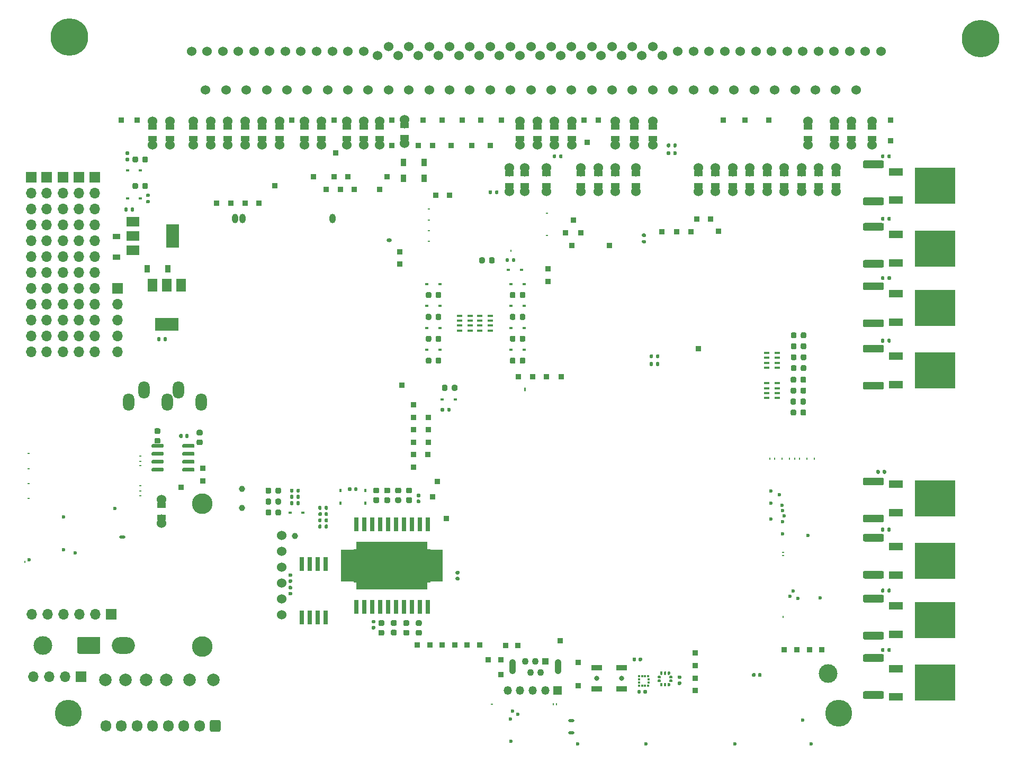
<source format=gts>
G04 #@! TF.GenerationSoftware,KiCad,Pcbnew,(5.99.0-11247-g3f6811f413)*
G04 #@! TF.CreationDate,2021-09-04T12:27:08+03:00*
G04 #@! TF.ProjectId,hellen88bmw,68656c6c-656e-4383-9862-6d772e6b6963,A*
G04 #@! TF.SameCoordinates,PX3d1b110PY9269338*
G04 #@! TF.FileFunction,Soldermask,Top*
G04 #@! TF.FilePolarity,Negative*
%FSLAX46Y46*%
G04 Gerber Fmt 4.6, Leading zero omitted, Abs format (unit mm)*
G04 Created by KiCad (PCBNEW (5.99.0-11247-g3f6811f413)) date 2021-09-04 12:27:08*
%MOMM*%
%LPD*%
G01*
G04 APERTURE LIST*
%ADD10C,0.010000*%
%ADD11C,6.000000*%
%ADD12C,1.524000*%
%ADD13R,1.397000X0.889000*%
%ADD14R,0.203200X1.524000*%
%ADD15R,2.200000X1.200000*%
%ADD16R,6.400000X5.800000*%
%ADD17R,1.700000X1.700000*%
%ADD18O,1.700000X1.700000*%
%ADD19R,0.640000X2.160000*%
%ADD20C,4.300000*%
%ADD21R,0.600000X0.450000*%
%ADD22R,0.850000X0.850000*%
%ADD23R,0.900000X1.200000*%
%ADD24C,3.000000*%
%ADD25C,0.800000*%
%ADD26R,1.700000X0.900000*%
%ADD27R,0.900000X0.400000*%
%ADD28R,0.800000X2.200000*%
%ADD29R,2.032000X5.080000*%
%ADD30R,11.430000X7.620000*%
%ADD31C,2.000000*%
%ADD32C,1.000000*%
%ADD33R,1.350000X1.350000*%
%ADD34O,1.350000X1.350000*%
%ADD35R,1.100000X1.100000*%
%ADD36C,1.100000*%
%ADD37O,1.100000X2.400000*%
%ADD38O,0.499999X0.250000*%
%ADD39O,0.250000X0.499999*%
%ADD40C,0.599999*%
%ADD41R,0.350000X0.400000*%
%ADD42R,0.400000X0.350000*%
%ADD43O,0.500000X0.250000*%
%ADD44O,0.250000X0.500000*%
%ADD45O,3.700000X2.700000*%
%ADD46O,1.000001X0.499999*%
%ADD47O,1.700000X1.850000*%
%ADD48O,1.800000X2.800000*%
%ADD49C,3.302000*%
%ADD50O,1.000001X1.500000*%
%ADD51O,0.800001X0.599999*%
%ADD52O,0.200000X0.499999*%
%ADD53O,0.200000X0.399999*%
%ADD54R,1.500000X2.000000*%
%ADD55R,3.800000X2.000000*%
%ADD56R,2.000000X1.500000*%
%ADD57R,2.000000X3.800000*%
%ADD58R,0.450000X0.600000*%
%ADD59R,1.200000X0.900000*%
G04 APERTURE END LIST*
D10*
G04 #@! TO.C,U6*
X65284150Y26631400D02*
X64865600Y26631400D01*
X64865600Y26631400D02*
X64865600Y31919860D01*
X64865600Y31919860D02*
X65284150Y31919860D01*
X65284150Y31919860D02*
X65284150Y26631400D01*
G36*
X65284150Y26631400D02*
G01*
X64865600Y26631400D01*
X64865600Y31919860D01*
X65284150Y31919860D01*
X65284150Y26631400D01*
G37*
X65284150Y26631400D02*
X64865600Y26631400D01*
X64865600Y31919860D01*
X65284150Y31919860D01*
X65284150Y26631400D01*
X53480550Y26631400D02*
X53080000Y26631400D01*
X53080000Y26631400D02*
X53080000Y31917320D01*
X53080000Y31917320D02*
X53480550Y31917320D01*
X53480550Y31917320D02*
X53480550Y26631400D01*
G36*
X53480550Y26631400D02*
G01*
X53080000Y26631400D01*
X53080000Y31917320D01*
X53480550Y31917320D01*
X53480550Y26631400D01*
G37*
X53480550Y26631400D02*
X53080000Y26631400D01*
X53080000Y31917320D01*
X53480550Y31917320D01*
X53480550Y26631400D01*
G04 #@! TD*
D11*
G04 #@! TO.C,PP1*
X7632400Y113856400D03*
X153342400Y113606400D03*
D12*
X27142400Y111606400D03*
X32142400Y111606400D03*
X37142400Y111606400D03*
X42142400Y111606400D03*
X47142400Y111606400D03*
X52142400Y111606400D03*
X56892400Y110856400D03*
X60142400Y110856400D03*
X63392400Y110856400D03*
X66642400Y110856400D03*
X69892400Y110856400D03*
X73142400Y110856400D03*
X76392400Y110856400D03*
X79642400Y110856400D03*
X82892400Y110856400D03*
X86142400Y110856400D03*
X89392400Y110856400D03*
X92642400Y110856400D03*
X95892400Y110856400D03*
X99142400Y110856400D03*
X102392400Y110856400D03*
X107392400Y111606400D03*
X112392400Y111606400D03*
X117392400Y111606400D03*
X122392400Y111606400D03*
X127392400Y111606400D03*
X132392400Y111606400D03*
X137392400Y111606400D03*
X29642400Y111606400D03*
X34642400Y111606400D03*
X39642400Y111606400D03*
X44642400Y111606400D03*
X49642400Y111606400D03*
X54642400Y111606400D03*
X58642400Y112356400D03*
X61892400Y112356400D03*
X65142400Y112356400D03*
X68392400Y112356400D03*
X71642400Y112356400D03*
X74892400Y112356400D03*
X78142400Y112356400D03*
X81392400Y112356400D03*
X84642400Y112356400D03*
X87892400Y112356400D03*
X91142400Y112356400D03*
X94392400Y112356400D03*
X97642400Y112356400D03*
X100892400Y112356400D03*
X104892400Y111606400D03*
X109892400Y111606400D03*
X114892400Y111606400D03*
X119892400Y111606400D03*
X124892400Y111606400D03*
X129892400Y111606400D03*
X134892400Y111606400D03*
X29392400Y105356400D03*
X32642400Y105356400D03*
X35892400Y105356400D03*
X39142400Y105356400D03*
X42392400Y105356400D03*
X45642400Y105356400D03*
X48892400Y105356400D03*
X52142400Y105356400D03*
X55392400Y105356400D03*
X58642400Y105356400D03*
X61892400Y105356400D03*
X65142400Y105356400D03*
X68392400Y105356400D03*
X71642400Y105356400D03*
X74892400Y105356400D03*
X78142400Y105356400D03*
X81392400Y105356400D03*
X84642400Y105356400D03*
X87892400Y105356400D03*
X91142400Y105356400D03*
X94392400Y105356400D03*
X97642400Y105356400D03*
X100892400Y105356400D03*
X104142400Y105356400D03*
X107392400Y105356400D03*
X110642400Y105356400D03*
X113892400Y105356400D03*
X117142400Y105356400D03*
X120392400Y105356400D03*
X123642400Y105356400D03*
X126892400Y105356400D03*
X130142400Y105356400D03*
X133392400Y105356400D03*
G04 #@! TD*
D13*
G04 #@! TO.C,JP1*
X20926000Y99475500D03*
D12*
X20926000Y100428000D03*
D14*
X20926000Y99793000D03*
X20926000Y97253000D03*
D12*
X20926000Y96618000D03*
D13*
X20926000Y97570500D03*
G04 #@! TD*
G04 #@! TO.C,JP3*
X30176000Y99475500D03*
D12*
X30176000Y100428000D03*
D14*
X30176000Y99793000D03*
D12*
X30176000Y96618000D03*
D14*
X30176000Y97253000D03*
D13*
X30176000Y97570500D03*
G04 #@! TD*
G04 #@! TO.C,JP4*
X35676000Y99475500D03*
D12*
X35676000Y100428000D03*
D14*
X35676000Y99793000D03*
D13*
X35676000Y97570500D03*
D12*
X35676000Y96618000D03*
D14*
X35676000Y97253000D03*
G04 #@! TD*
G04 #@! TO.C,JP5*
X45176000Y99793000D03*
D12*
X45176000Y100428000D03*
D13*
X45176000Y99475500D03*
D14*
X45176000Y97253000D03*
D13*
X45176000Y97570500D03*
D12*
X45176000Y96618000D03*
G04 #@! TD*
G04 #@! TO.C,JP7*
X51926000Y100428000D03*
D13*
X51926000Y99475500D03*
D14*
X51926000Y99793000D03*
D13*
X51926000Y97570500D03*
D14*
X51926000Y97253000D03*
D12*
X51926000Y96618000D03*
G04 #@! TD*
D14*
G04 #@! TO.C,JP16*
X85176000Y99793000D03*
D12*
X85176000Y100428000D03*
D13*
X85176000Y99475500D03*
X85176000Y97570500D03*
D12*
X85176000Y96618000D03*
D14*
X85176000Y97253000D03*
G04 #@! TD*
G04 #@! TO.C,JP17*
X87926000Y99793000D03*
D13*
X87926000Y99475500D03*
D12*
X87926000Y100428000D03*
D13*
X87926000Y97570500D03*
D14*
X87926000Y97253000D03*
D12*
X87926000Y96618000D03*
G04 #@! TD*
D14*
G04 #@! TO.C,JP20*
X94926000Y92293000D03*
D13*
X94926000Y91975500D03*
D12*
X94926000Y92928000D03*
D13*
X94926000Y90070500D03*
D14*
X94926000Y89753000D03*
D12*
X94926000Y89118000D03*
G04 #@! TD*
D14*
G04 #@! TO.C,JP21*
X98176000Y92293000D03*
D13*
X98176000Y91975500D03*
D12*
X98176000Y92928000D03*
X98176000Y89118000D03*
D14*
X98176000Y89753000D03*
D13*
X98176000Y90070500D03*
G04 #@! TD*
D12*
G04 #@! TO.C,JP22*
X110926000Y92928000D03*
D13*
X110926000Y91975500D03*
D14*
X110926000Y92293000D03*
D12*
X110926000Y89118000D03*
D13*
X110926000Y90070500D03*
D14*
X110926000Y89753000D03*
G04 #@! TD*
D13*
G04 #@! TO.C,JP23*
X116426000Y91975500D03*
D14*
X116426000Y92293000D03*
D12*
X116426000Y92928000D03*
X116426000Y89118000D03*
D14*
X116426000Y89753000D03*
D13*
X116426000Y90070500D03*
G04 #@! TD*
G04 #@! TO.C,JP24*
X121926000Y91975500D03*
D14*
X121926000Y92293000D03*
D12*
X121926000Y92928000D03*
X121926000Y89118000D03*
D13*
X121926000Y90070500D03*
D14*
X121926000Y89753000D03*
G04 #@! TD*
G04 #@! TO.C,JP25*
X125676000Y99793000D03*
D13*
X125676000Y99475500D03*
D12*
X125676000Y100428000D03*
X125676000Y96618000D03*
D13*
X125676000Y97570500D03*
D14*
X125676000Y97253000D03*
G04 #@! TD*
D12*
G04 #@! TO.C,JP26*
X129926000Y100428000D03*
D14*
X129926000Y99793000D03*
D13*
X129926000Y99475500D03*
D14*
X129926000Y97253000D03*
D12*
X129926000Y96618000D03*
D13*
X129926000Y97570500D03*
G04 #@! TD*
D12*
G04 #@! TO.C,JP27*
X135926000Y100428000D03*
D13*
X135926000Y99475500D03*
D14*
X135926000Y99793000D03*
D13*
X135926000Y97570500D03*
D12*
X135926000Y96618000D03*
D14*
X135926000Y97253000D03*
G04 #@! TD*
D13*
G04 #@! TO.C,JP29*
X23676000Y99475500D03*
D12*
X23676000Y100428000D03*
D14*
X23676000Y99793000D03*
D12*
X23676000Y96618000D03*
D14*
X23676000Y97253000D03*
D13*
X23676000Y97570500D03*
G04 #@! TD*
G04 #@! TO.C,JP31*
X32926000Y99475500D03*
D12*
X32926000Y100428000D03*
D14*
X32926000Y99793000D03*
D12*
X32926000Y96618000D03*
D13*
X32926000Y97570500D03*
D14*
X32926000Y97253000D03*
G04 #@! TD*
D13*
G04 #@! TO.C,JP32*
X41176000Y99475500D03*
D12*
X41176000Y100428000D03*
D14*
X41176000Y99793000D03*
D12*
X41176000Y96618000D03*
D13*
X41176000Y97570500D03*
D14*
X41176000Y97253000D03*
G04 #@! TD*
D13*
G04 #@! TO.C,JP33*
X47926000Y99475500D03*
D14*
X47926000Y99793000D03*
D12*
X47926000Y100428000D03*
D14*
X47926000Y97253000D03*
D13*
X47926000Y97570500D03*
D12*
X47926000Y96618000D03*
G04 #@! TD*
G04 #@! TO.C,JP35*
X57176000Y100428000D03*
D14*
X57176000Y99793000D03*
D13*
X57176000Y99475500D03*
D14*
X57176000Y97253000D03*
D13*
X57176000Y97570500D03*
D12*
X57176000Y96618000D03*
G04 #@! TD*
D13*
G04 #@! TO.C,JP41*
X77926000Y91975500D03*
D14*
X77926000Y92293000D03*
D12*
X77926000Y92928000D03*
D13*
X77926000Y90070500D03*
D12*
X77926000Y89118000D03*
D14*
X77926000Y89753000D03*
G04 #@! TD*
D13*
G04 #@! TO.C,JP42*
X80426000Y91975500D03*
D14*
X80426000Y92293000D03*
D12*
X80426000Y92928000D03*
D13*
X80426000Y90070500D03*
D14*
X80426000Y89753000D03*
D12*
X80426000Y89118000D03*
G04 #@! TD*
G04 #@! TO.C,JP43*
X82426000Y100428000D03*
D14*
X82426000Y99793000D03*
D13*
X82426000Y99475500D03*
D12*
X82426000Y96618000D03*
D14*
X82426000Y97253000D03*
D13*
X82426000Y97570500D03*
G04 #@! TD*
G04 #@! TO.C,JP46*
X89426000Y91975500D03*
D12*
X89426000Y92928000D03*
D14*
X89426000Y92293000D03*
D12*
X89426000Y89118000D03*
D14*
X89426000Y89753000D03*
D13*
X89426000Y90070500D03*
G04 #@! TD*
D14*
G04 #@! TO.C,JP47*
X92176000Y92293000D03*
D13*
X92176000Y91975500D03*
D12*
X92176000Y92928000D03*
D13*
X92176000Y90070500D03*
D14*
X92176000Y89753000D03*
D12*
X92176000Y89118000D03*
G04 #@! TD*
G04 #@! TO.C,JP50*
X113676000Y92928000D03*
D14*
X113676000Y92293000D03*
D13*
X113676000Y91975500D03*
D12*
X113676000Y89118000D03*
D13*
X113676000Y90070500D03*
D14*
X113676000Y89753000D03*
G04 #@! TD*
D13*
G04 #@! TO.C,JP51*
X119176000Y91975500D03*
D12*
X119176000Y92928000D03*
D14*
X119176000Y92293000D03*
D12*
X119176000Y89118000D03*
D14*
X119176000Y89753000D03*
D13*
X119176000Y90070500D03*
G04 #@! TD*
G04 #@! TO.C,JP52*
X124676000Y91975500D03*
D14*
X124676000Y92293000D03*
D12*
X124676000Y92928000D03*
D14*
X124676000Y89753000D03*
D13*
X124676000Y90070500D03*
D12*
X124676000Y89118000D03*
G04 #@! TD*
D14*
G04 #@! TO.C,JP54*
X132676000Y99793000D03*
D13*
X132676000Y99475500D03*
D12*
X132676000Y100428000D03*
X132676000Y96618000D03*
D14*
X132676000Y97253000D03*
D13*
X132676000Y97570500D03*
G04 #@! TD*
G04 #@! TO.C,JP56*
X27426000Y99475500D03*
D12*
X27426000Y100428000D03*
D14*
X27426000Y99793000D03*
D13*
X27426000Y97570500D03*
D14*
X27426000Y97253000D03*
D12*
X27426000Y96618000D03*
G04 #@! TD*
D14*
G04 #@! TO.C,JP73*
X83926000Y92293000D03*
D12*
X83926000Y92928000D03*
D13*
X83926000Y91975500D03*
D14*
X83926000Y89753000D03*
D12*
X83926000Y89118000D03*
D13*
X83926000Y90070500D03*
G04 #@! TD*
D12*
G04 #@! TO.C,JP77*
X94926000Y100428000D03*
D14*
X94926000Y99793000D03*
D13*
X94926000Y99475500D03*
X94926000Y97570500D03*
D12*
X94926000Y96618000D03*
D14*
X94926000Y97253000D03*
G04 #@! TD*
D12*
G04 #@! TO.C,JP78*
X100926000Y100428000D03*
D13*
X100926000Y99475500D03*
D14*
X100926000Y99793000D03*
D12*
X100926000Y96618000D03*
D13*
X100926000Y97570500D03*
D14*
X100926000Y97253000D03*
G04 #@! TD*
D13*
G04 #@! TO.C,JP85*
X130176000Y91975500D03*
D14*
X130176000Y92293000D03*
D12*
X130176000Y92928000D03*
D13*
X130176000Y90070500D03*
D12*
X130176000Y89118000D03*
D14*
X130176000Y89753000D03*
G04 #@! TD*
G04 #@! TO.C,JP86*
X127426000Y92293000D03*
D13*
X127426000Y91975500D03*
D12*
X127426000Y92928000D03*
D13*
X127426000Y90070500D03*
D14*
X127426000Y89753000D03*
D12*
X127426000Y89118000D03*
G04 #@! TD*
D14*
G04 #@! TO.C,JP59*
X38426000Y99793000D03*
D12*
X38426000Y100428000D03*
D13*
X38426000Y99475500D03*
D14*
X38426000Y97253000D03*
D12*
X38426000Y96618000D03*
D13*
X38426000Y97570500D03*
G04 #@! TD*
D14*
G04 #@! TO.C,JP49*
X108176000Y92293000D03*
D13*
X108176000Y91975500D03*
D12*
X108176000Y92928000D03*
D13*
X108176000Y90070500D03*
D12*
X108176000Y89118000D03*
D14*
X108176000Y89753000D03*
G04 #@! TD*
D15*
G04 #@! TO.C,Q1*
X139726000Y32303000D03*
D16*
X146026000Y30023000D03*
D15*
X139726000Y27743000D03*
G04 #@! TD*
G04 #@! TO.C,Q6*
X139726000Y92303000D03*
D16*
X146026000Y90023000D03*
D15*
X139726000Y87743000D03*
G04 #@! TD*
G04 #@! TO.C,Q2*
X139726000Y42303000D03*
D16*
X146026000Y40023000D03*
D15*
X139726000Y37743000D03*
G04 #@! TD*
G04 #@! TO.C,Q5*
X139726000Y82303000D03*
D16*
X146026000Y80023000D03*
D15*
X139726000Y77743000D03*
G04 #@! TD*
G04 #@! TO.C,Q3*
X139726000Y62803000D03*
D16*
X146026000Y60523000D03*
D15*
X139726000Y58243000D03*
G04 #@! TD*
G04 #@! TO.C,Q4*
X139726000Y72803000D03*
D16*
X146026000Y70523000D03*
D15*
X139726000Y68243000D03*
G04 #@! TD*
G04 #@! TO.C,C1*
G36*
G01*
X42756000Y26033000D02*
X43096000Y26033000D01*
G75*
G02*
X43236000Y25893000I0J-140000D01*
G01*
X43236000Y25613000D01*
G75*
G02*
X43096000Y25473000I-140000J0D01*
G01*
X42756000Y25473000D01*
G75*
G02*
X42616000Y25613000I0J140000D01*
G01*
X42616000Y25893000D01*
G75*
G02*
X42756000Y26033000I140000J0D01*
G01*
G37*
G36*
G01*
X42756000Y25073000D02*
X43096000Y25073000D01*
G75*
G02*
X43236000Y24933000I0J-140000D01*
G01*
X43236000Y24653000D01*
G75*
G02*
X43096000Y24513000I-140000J0D01*
G01*
X42756000Y24513000D01*
G75*
G02*
X42616000Y24653000I0J140000D01*
G01*
X42616000Y24933000D01*
G75*
G02*
X42756000Y25073000I140000J0D01*
G01*
G37*
G04 #@! TD*
G04 #@! TO.C,C2*
G36*
G01*
X43096000Y26513000D02*
X42756000Y26513000D01*
G75*
G02*
X42616000Y26653000I0J140000D01*
G01*
X42616000Y26933000D01*
G75*
G02*
X42756000Y27073000I140000J0D01*
G01*
X43096000Y27073000D01*
G75*
G02*
X43236000Y26933000I0J-140000D01*
G01*
X43236000Y26653000D01*
G75*
G02*
X43096000Y26513000I-140000J0D01*
G01*
G37*
G36*
G01*
X43096000Y27473000D02*
X42756000Y27473000D01*
G75*
G02*
X42616000Y27613000I0J140000D01*
G01*
X42616000Y27893000D01*
G75*
G02*
X42756000Y28033000I140000J0D01*
G01*
X43096000Y28033000D01*
G75*
G02*
X43236000Y27893000I0J-140000D01*
G01*
X43236000Y27613000D01*
G75*
G02*
X43096000Y27473000I-140000J0D01*
G01*
G37*
G04 #@! TD*
D17*
G04 #@! TO.C,J4*
X15276000Y73648000D03*
D18*
X15276000Y71108000D03*
X15276000Y68568000D03*
X15276000Y66028000D03*
X15276000Y63488000D03*
G04 #@! TD*
D17*
G04 #@! TO.C,J5*
X1516000Y91433000D03*
D18*
X1516000Y88893000D03*
X1516000Y86353000D03*
X1516000Y83813000D03*
X1516000Y81273000D03*
X1516000Y78733000D03*
X1516000Y76193000D03*
X1516000Y73653000D03*
X1516000Y71113000D03*
X1516000Y68573000D03*
X1516000Y66033000D03*
X1516000Y63493000D03*
G04 #@! TD*
D17*
G04 #@! TO.C,J6*
X3976001Y91433000D03*
D18*
X3976001Y88893000D03*
X3976001Y86353000D03*
X3976001Y83813000D03*
X3976001Y81273000D03*
X3976001Y78733000D03*
X3976001Y76193000D03*
X3976001Y73653000D03*
X3976001Y71113000D03*
X3976001Y68573000D03*
X3976001Y66033000D03*
X3976001Y63493000D03*
G04 #@! TD*
D17*
G04 #@! TO.C,J7*
X6596000Y91433000D03*
D18*
X6596000Y88893000D03*
X6596000Y86353000D03*
X6596000Y83813000D03*
X6596000Y81273000D03*
X6596000Y78733000D03*
X6596000Y76193000D03*
X6596000Y73653000D03*
X6596000Y71113000D03*
X6596000Y68573000D03*
X6596000Y66033000D03*
X6596000Y63493000D03*
G04 #@! TD*
D17*
G04 #@! TO.C,J8*
X9136000Y91433000D03*
D18*
X9136000Y88893000D03*
X9136000Y86353000D03*
X9136000Y83813000D03*
X9136000Y81273000D03*
X9136000Y78733000D03*
X9136000Y76193000D03*
X9136000Y73653000D03*
X9136000Y71113000D03*
X9136000Y68573000D03*
X9136000Y66033000D03*
X9136000Y63493000D03*
G04 #@! TD*
D17*
G04 #@! TO.C,J9*
X11676000Y91433000D03*
D18*
X11676000Y88893000D03*
X11676000Y86353000D03*
X11676000Y83813000D03*
X11676000Y81273000D03*
X11676000Y78733000D03*
X11676000Y76193000D03*
X11676000Y73653000D03*
X11676000Y71113000D03*
X11676000Y68573000D03*
X11676000Y66033000D03*
X11676000Y63493000D03*
G04 #@! TD*
D19*
G04 #@! TO.C,U1*
X44771000Y21003000D03*
X46041000Y21003000D03*
X47311000Y21003000D03*
X48581000Y21003000D03*
X48581000Y29543000D03*
X47311000Y29543000D03*
X46041000Y29543000D03*
X44771000Y29543000D03*
G04 #@! TD*
D20*
G04 #@! TO.C,H1*
X130622000Y5663000D03*
G04 #@! TD*
G04 #@! TO.C,H2*
X7432000Y5663000D03*
G04 #@! TD*
G04 #@! TO.C,R1*
G36*
G01*
X16396000Y86088000D02*
X16396000Y86458000D01*
G75*
G02*
X16531000Y86593000I135000J0D01*
G01*
X16801000Y86593000D01*
G75*
G02*
X16936000Y86458000I0J-135000D01*
G01*
X16936000Y86088000D01*
G75*
G02*
X16801000Y85953000I-135000J0D01*
G01*
X16531000Y85953000D01*
G75*
G02*
X16396000Y86088000I0J135000D01*
G01*
G37*
G36*
G01*
X17416000Y86088000D02*
X17416000Y86458000D01*
G75*
G02*
X17551000Y86593000I135000J0D01*
G01*
X17821000Y86593000D01*
G75*
G02*
X17956000Y86458000I0J-135000D01*
G01*
X17956000Y86088000D01*
G75*
G02*
X17821000Y85953000I-135000J0D01*
G01*
X17551000Y85953000D01*
G75*
G02*
X17416000Y86088000I0J135000D01*
G01*
G37*
G04 #@! TD*
D21*
G04 #@! TO.C,D14*
X66876000Y70823000D03*
X64776000Y70823000D03*
G04 #@! TD*
G04 #@! TO.C,R10*
G36*
G01*
X137601000Y17448000D02*
X134751000Y17448000D01*
G75*
G02*
X134501000Y17698000I0J250000D01*
G01*
X134501000Y18423000D01*
G75*
G02*
X134751000Y18673000I250000J0D01*
G01*
X137601000Y18673000D01*
G75*
G02*
X137851000Y18423000I0J-250000D01*
G01*
X137851000Y17698000D01*
G75*
G02*
X137601000Y17448000I-250000J0D01*
G01*
G37*
G36*
G01*
X137601000Y23373000D02*
X134751000Y23373000D01*
G75*
G02*
X134501000Y23623000I0J250000D01*
G01*
X134501000Y24348000D01*
G75*
G02*
X134751000Y24598000I250000J0D01*
G01*
X137601000Y24598000D01*
G75*
G02*
X137851000Y24348000I0J-250000D01*
G01*
X137851000Y23623000D01*
G75*
G02*
X137601000Y23373000I-250000J0D01*
G01*
G37*
G04 #@! TD*
D22*
G04 #@! TO.C,VOUT18*
X52176000Y91474215D03*
G04 #@! TD*
G04 #@! TO.C,D23*
G36*
G01*
X122988500Y65866750D02*
X122988500Y66379250D01*
G75*
G02*
X123207250Y66598000I218750J0D01*
G01*
X123644750Y66598000D01*
G75*
G02*
X123863500Y66379250I0J-218750D01*
G01*
X123863500Y65866750D01*
G75*
G02*
X123644750Y65648000I-218750J0D01*
G01*
X123207250Y65648000D01*
G75*
G02*
X122988500Y65866750I0J218750D01*
G01*
G37*
G36*
G01*
X124563500Y65866750D02*
X124563500Y66379250D01*
G75*
G02*
X124782250Y66598000I218750J0D01*
G01*
X125219750Y66598000D01*
G75*
G02*
X125438500Y66379250I0J-218750D01*
G01*
X125438500Y65866750D01*
G75*
G02*
X125219750Y65648000I-218750J0D01*
G01*
X124782250Y65648000D01*
G75*
G02*
X124563500Y65866750I0J218750D01*
G01*
G37*
G04 #@! TD*
G04 #@! TO.C,VOUT27*
X66426000Y42773000D03*
G04 #@! TD*
G04 #@! TO.C,VIN16*
X84176000Y76773000D03*
G04 #@! TD*
G04 #@! TO.C,D25*
G36*
G01*
X64601000Y65316750D02*
X64601000Y65829250D01*
G75*
G02*
X64819750Y66048000I218750J0D01*
G01*
X65257250Y66048000D01*
G75*
G02*
X65476000Y65829250I0J-218750D01*
G01*
X65476000Y65316750D01*
G75*
G02*
X65257250Y65098000I-218750J0D01*
G01*
X64819750Y65098000D01*
G75*
G02*
X64601000Y65316750I0J218750D01*
G01*
G37*
G36*
G01*
X66176000Y65316750D02*
X66176000Y65829250D01*
G75*
G02*
X66394750Y66048000I218750J0D01*
G01*
X66832250Y66048000D01*
G75*
G02*
X67051000Y65829250I0J-218750D01*
G01*
X67051000Y65316750D01*
G75*
G02*
X66832250Y65098000I-218750J0D01*
G01*
X66394750Y65098000D01*
G75*
G02*
X66176000Y65316750I0J218750D01*
G01*
G37*
G04 #@! TD*
D23*
G04 #@! TO.C,D10*
X20026000Y76773000D03*
X23326000Y76773000D03*
G04 #@! TD*
D24*
G04 #@! TO.C,TP4*
X128926000Y12023000D03*
G04 #@! TD*
D22*
G04 #@! TO.C,VOUT1*
X60426000Y77523000D03*
G04 #@! TD*
G04 #@! TO.C,D27*
G36*
G01*
X80501000Y69329250D02*
X80501000Y68816750D01*
G75*
G02*
X80282250Y68598000I-218750J0D01*
G01*
X79844750Y68598000D01*
G75*
G02*
X79626000Y68816750I0J218750D01*
G01*
X79626000Y69329250D01*
G75*
G02*
X79844750Y69548000I218750J0D01*
G01*
X80282250Y69548000D01*
G75*
G02*
X80501000Y69329250I0J-218750D01*
G01*
G37*
G36*
G01*
X78926000Y69329250D02*
X78926000Y68816750D01*
G75*
G02*
X78707250Y68598000I-218750J0D01*
G01*
X78269750Y68598000D01*
G75*
G02*
X78051000Y68816750I0J218750D01*
G01*
X78051000Y69329250D01*
G75*
G02*
X78269750Y69548000I218750J0D01*
G01*
X78707250Y69548000D01*
G75*
G02*
X78926000Y69329250I0J-218750D01*
G01*
G37*
G04 #@! TD*
G04 #@! TO.C,MMCU14*
X67926000Y36773000D03*
G04 #@! TD*
G04 #@! TO.C,R6*
G36*
G01*
X99291000Y82403000D02*
X99661000Y82403000D01*
G75*
G02*
X99796000Y82268000I0J-135000D01*
G01*
X99796000Y81998000D01*
G75*
G02*
X99661000Y81863000I-135000J0D01*
G01*
X99291000Y81863000D01*
G75*
G02*
X99156000Y81998000I0J135000D01*
G01*
X99156000Y82268000D01*
G75*
G02*
X99291000Y82403000I135000J0D01*
G01*
G37*
G36*
G01*
X99291000Y81383000D02*
X99661000Y81383000D01*
G75*
G02*
X99796000Y81248000I0J-135000D01*
G01*
X99796000Y80978000D01*
G75*
G02*
X99661000Y80843000I-135000J0D01*
G01*
X99291000Y80843000D01*
G75*
G02*
X99156000Y80978000I0J135000D01*
G01*
X99156000Y81248000D01*
G75*
G02*
X99291000Y81383000I135000J0D01*
G01*
G37*
G04 #@! TD*
G04 #@! TO.C,MMCU4*
X123926000Y15773000D03*
G04 #@! TD*
G04 #@! TO.C,MMCU31*
X63226000Y16573000D03*
G04 #@! TD*
G04 #@! TO.C,C13*
G36*
G01*
X61231000Y20528000D02*
X61731000Y20528000D01*
G75*
G02*
X61956000Y20303000I0J-225000D01*
G01*
X61956000Y19853000D01*
G75*
G02*
X61731000Y19628000I-225000J0D01*
G01*
X61231000Y19628000D01*
G75*
G02*
X61006000Y19853000I0J225000D01*
G01*
X61006000Y20303000D01*
G75*
G02*
X61231000Y20528000I225000J0D01*
G01*
G37*
G36*
G01*
X61231000Y18978000D02*
X61731000Y18978000D01*
G75*
G02*
X61956000Y18753000I0J-225000D01*
G01*
X61956000Y18303000D01*
G75*
G02*
X61731000Y18078000I-225000J0D01*
G01*
X61231000Y18078000D01*
G75*
G02*
X61006000Y18303000I0J225000D01*
G01*
X61006000Y18753000D01*
G75*
G02*
X61231000Y18978000I225000J0D01*
G01*
G37*
G04 #@! TD*
G04 #@! TO.C,cr8*
X15926000Y100523000D03*
G04 #@! TD*
G04 #@! TO.C,D29*
G36*
G01*
X64601000Y61816750D02*
X64601000Y62329250D01*
G75*
G02*
X64819750Y62548000I218750J0D01*
G01*
X65257250Y62548000D01*
G75*
G02*
X65476000Y62329250I0J-218750D01*
G01*
X65476000Y61816750D01*
G75*
G02*
X65257250Y61598000I-218750J0D01*
G01*
X64819750Y61598000D01*
G75*
G02*
X64601000Y61816750I0J218750D01*
G01*
G37*
G36*
G01*
X66176000Y61816750D02*
X66176000Y62329250D01*
G75*
G02*
X66394750Y62548000I218750J0D01*
G01*
X66832250Y62548000D01*
G75*
G02*
X67051000Y62329250I0J-218750D01*
G01*
X67051000Y61816750D01*
G75*
G02*
X66832250Y61598000I-218750J0D01*
G01*
X66394750Y61598000D01*
G75*
G02*
X66176000Y61816750I0J218750D01*
G01*
G37*
G04 #@! TD*
D25*
G04 #@! TO.C,SW2*
X95926000Y11273000D03*
D26*
X95926000Y12973000D03*
X95926000Y9573000D03*
G04 #@! TD*
D21*
G04 #@! TO.C,D1*
X16876000Y88023000D03*
X18976000Y88023000D03*
G04 #@! TD*
D22*
G04 #@! TO.C,MMCU28*
X71226000Y16573000D03*
G04 #@! TD*
G04 #@! TO.C,VOUT10*
X62676000Y51023000D03*
G04 #@! TD*
G04 #@! TO.C,cr1*
X70426000Y100523000D03*
G04 #@! TD*
G04 #@! TO.C,R33*
G36*
G01*
X42896000Y39088000D02*
X42896000Y39458000D01*
G75*
G02*
X43031000Y39593000I135000J0D01*
G01*
X43301000Y39593000D01*
G75*
G02*
X43436000Y39458000I0J-135000D01*
G01*
X43436000Y39088000D01*
G75*
G02*
X43301000Y38953000I-135000J0D01*
G01*
X43031000Y38953000D01*
G75*
G02*
X42896000Y39088000I0J135000D01*
G01*
G37*
G36*
G01*
X43916000Y39088000D02*
X43916000Y39458000D01*
G75*
G02*
X44051000Y39593000I135000J0D01*
G01*
X44321000Y39593000D01*
G75*
G02*
X44456000Y39458000I0J-135000D01*
G01*
X44456000Y39088000D01*
G75*
G02*
X44321000Y38953000I-135000J0D01*
G01*
X44051000Y38953000D01*
G75*
G02*
X43916000Y39088000I0J135000D01*
G01*
G37*
G04 #@! TD*
G04 #@! TO.C,MMCU30*
X67226000Y16573000D03*
G04 #@! TD*
D27*
G04 #@! TO.C,RN7*
X71676000Y66873000D03*
X71676000Y67673000D03*
X71676000Y68473000D03*
X71676000Y69273000D03*
X69976000Y69273000D03*
X69976000Y68473000D03*
X69976000Y67673000D03*
X69976000Y66873000D03*
G04 #@! TD*
D28*
G04 #@! TO.C,U6*
X64891000Y35873000D03*
X63621000Y35873000D03*
X62351000Y35873000D03*
X61081000Y35873000D03*
X59811000Y35873000D03*
X58541000Y35873000D03*
X57271000Y35873000D03*
X56001000Y35873000D03*
X54731000Y35873000D03*
X53461000Y35873000D03*
X53461000Y22673000D03*
X54731000Y22673000D03*
X56001000Y22673000D03*
X57271000Y22673000D03*
X58541000Y22673000D03*
X59811000Y22673000D03*
X61081000Y22673000D03*
X62351000Y22673000D03*
X63621000Y22673000D03*
X64891000Y22673000D03*
D29*
X66288000Y29273000D03*
D30*
X59176000Y29273000D03*
D29*
X52064000Y29273000D03*
G04 #@! TD*
D15*
G04 #@! TO.C,Q7*
X139726000Y22803000D03*
D16*
X146026000Y20523000D03*
D15*
X139726000Y18243000D03*
G04 #@! TD*
D22*
G04 #@! TO.C,MMCU18*
X69226000Y16573000D03*
G04 #@! TD*
G04 #@! TO.C,VIN4*
X106976000Y82723000D03*
G04 #@! TD*
G04 #@! TO.C,cr11*
X67176000Y100523000D03*
G04 #@! TD*
D31*
G04 #@! TO.C,P3*
X23090213Y11023000D03*
G04 #@! TD*
D22*
G04 #@! TO.C,MMCU9*
X77326000Y16473000D03*
G04 #@! TD*
G04 #@! TO.C,D28*
G36*
G01*
X64601000Y68816750D02*
X64601000Y69329250D01*
G75*
G02*
X64819750Y69548000I218750J0D01*
G01*
X65257250Y69548000D01*
G75*
G02*
X65476000Y69329250I0J-218750D01*
G01*
X65476000Y68816750D01*
G75*
G02*
X65257250Y68598000I-218750J0D01*
G01*
X64819750Y68598000D01*
G75*
G02*
X64601000Y68816750I0J218750D01*
G01*
G37*
G36*
G01*
X66176000Y68816750D02*
X66176000Y69329250D01*
G75*
G02*
X66394750Y69548000I218750J0D01*
G01*
X66832250Y69548000D01*
G75*
G02*
X67051000Y69329250I0J-218750D01*
G01*
X67051000Y68816750D01*
G75*
G02*
X66832250Y68598000I-218750J0D01*
G01*
X66394750Y68598000D01*
G75*
G02*
X66176000Y68816750I0J218750D01*
G01*
G37*
G04 #@! TD*
G04 #@! TO.C,R9*
G36*
G01*
X137601000Y57448000D02*
X134751000Y57448000D01*
G75*
G02*
X134501000Y57698000I0J250000D01*
G01*
X134501000Y58423000D01*
G75*
G02*
X134751000Y58673000I250000J0D01*
G01*
X137601000Y58673000D01*
G75*
G02*
X137851000Y58423000I0J-250000D01*
G01*
X137851000Y57698000D01*
G75*
G02*
X137601000Y57448000I-250000J0D01*
G01*
G37*
G36*
G01*
X137601000Y63373000D02*
X134751000Y63373000D01*
G75*
G02*
X134501000Y63623000I0J250000D01*
G01*
X134501000Y64348000D01*
G75*
G02*
X134751000Y64598000I250000J0D01*
G01*
X137601000Y64598000D01*
G75*
G02*
X137851000Y64348000I0J-250000D01*
G01*
X137851000Y63623000D01*
G75*
G02*
X137601000Y63373000I-250000J0D01*
G01*
G37*
G04 #@! TD*
G04 #@! TO.C,D11*
G36*
G01*
X67188500Y57466750D02*
X67188500Y57979250D01*
G75*
G02*
X67407250Y58198000I218750J0D01*
G01*
X67844750Y58198000D01*
G75*
G02*
X68063500Y57979250I0J-218750D01*
G01*
X68063500Y57466750D01*
G75*
G02*
X67844750Y57248000I-218750J0D01*
G01*
X67407250Y57248000D01*
G75*
G02*
X67188500Y57466750I0J218750D01*
G01*
G37*
G36*
G01*
X68763500Y57466750D02*
X68763500Y57979250D01*
G75*
G02*
X68982250Y58198000I218750J0D01*
G01*
X69419750Y58198000D01*
G75*
G02*
X69638500Y57979250I0J-218750D01*
G01*
X69638500Y57466750D01*
G75*
G02*
X69419750Y57248000I-218750J0D01*
G01*
X68982250Y57248000D01*
G75*
G02*
X68763500Y57466750I0J218750D01*
G01*
G37*
G04 #@! TD*
G04 #@! TO.C,VOUT5*
X48676000Y89474215D03*
G04 #@! TD*
G04 #@! TO.C,VIN19*
X107926000Y84773000D03*
G04 #@! TD*
G04 #@! TO.C,C21*
G36*
G01*
X56926000Y39298000D02*
X56426000Y39298000D01*
G75*
G02*
X56201000Y39523000I0J225000D01*
G01*
X56201000Y39973000D01*
G75*
G02*
X56426000Y40198000I225000J0D01*
G01*
X56926000Y40198000D01*
G75*
G02*
X57151000Y39973000I0J-225000D01*
G01*
X57151000Y39523000D01*
G75*
G02*
X56926000Y39298000I-225000J0D01*
G01*
G37*
G36*
G01*
X56926000Y40848000D02*
X56426000Y40848000D01*
G75*
G02*
X56201000Y41073000I0J225000D01*
G01*
X56201000Y41523000D01*
G75*
G02*
X56426000Y41748000I225000J0D01*
G01*
X56926000Y41748000D01*
G75*
G02*
X57151000Y41523000I0J-225000D01*
G01*
X57151000Y41073000D01*
G75*
G02*
X56926000Y40848000I-225000J0D01*
G01*
G37*
G04 #@! TD*
G04 #@! TO.C,R31*
G36*
G01*
X42896000Y41088000D02*
X42896000Y41458000D01*
G75*
G02*
X43031000Y41593000I135000J0D01*
G01*
X43301000Y41593000D01*
G75*
G02*
X43436000Y41458000I0J-135000D01*
G01*
X43436000Y41088000D01*
G75*
G02*
X43301000Y40953000I-135000J0D01*
G01*
X43031000Y40953000D01*
G75*
G02*
X42896000Y41088000I0J135000D01*
G01*
G37*
G36*
G01*
X43916000Y41088000D02*
X43916000Y41458000D01*
G75*
G02*
X44051000Y41593000I135000J0D01*
G01*
X44321000Y41593000D01*
G75*
G02*
X44456000Y41458000I0J-135000D01*
G01*
X44456000Y41088000D01*
G75*
G02*
X44321000Y40953000I-135000J0D01*
G01*
X44051000Y40953000D01*
G75*
G02*
X43916000Y41088000I0J135000D01*
G01*
G37*
G04 #@! TD*
G04 #@! TO.C,D22*
G36*
G01*
X122988500Y62366750D02*
X122988500Y62879250D01*
G75*
G02*
X123207250Y63098000I218750J0D01*
G01*
X123644750Y63098000D01*
G75*
G02*
X123863500Y62879250I0J-218750D01*
G01*
X123863500Y62366750D01*
G75*
G02*
X123644750Y62148000I-218750J0D01*
G01*
X123207250Y62148000D01*
G75*
G02*
X122988500Y62366750I0J218750D01*
G01*
G37*
G36*
G01*
X124563500Y62366750D02*
X124563500Y62879250D01*
G75*
G02*
X124782250Y63098000I218750J0D01*
G01*
X125219750Y63098000D01*
G75*
G02*
X125438500Y62879250I0J-218750D01*
G01*
X125438500Y62366750D01*
G75*
G02*
X125219750Y62148000I-218750J0D01*
G01*
X124782250Y62148000D01*
G75*
G02*
X124563500Y62366750I0J218750D01*
G01*
G37*
G04 #@! TD*
G04 #@! TO.C,KNOCK_RAW2*
X74926000Y96523000D03*
G04 #@! TD*
G04 #@! TO.C,C17*
G36*
G01*
X60426000Y39298000D02*
X59926000Y39298000D01*
G75*
G02*
X59701000Y39523000I0J225000D01*
G01*
X59701000Y39973000D01*
G75*
G02*
X59926000Y40198000I225000J0D01*
G01*
X60426000Y40198000D01*
G75*
G02*
X60651000Y39973000I0J-225000D01*
G01*
X60651000Y39523000D01*
G75*
G02*
X60426000Y39298000I-225000J0D01*
G01*
G37*
G36*
G01*
X60426000Y40848000D02*
X59926000Y40848000D01*
G75*
G02*
X59701000Y41073000I0J225000D01*
G01*
X59701000Y41523000D01*
G75*
G02*
X59926000Y41748000I225000J0D01*
G01*
X60426000Y41748000D01*
G75*
G02*
X60651000Y41523000I0J-225000D01*
G01*
X60651000Y41073000D01*
G75*
G02*
X60426000Y40848000I-225000J0D01*
G01*
G37*
G04 #@! TD*
G04 #@! TO.C,MMCU2*
X127926000Y15773000D03*
G04 #@! TD*
G04 #@! TO.C,VIN18*
X93926000Y80523000D03*
G04 #@! TD*
G04 #@! TO.C,MMCU7*
X88926000Y10023000D03*
G04 #@! TD*
G04 #@! TO.C,C11*
G36*
G01*
X59231000Y20553000D02*
X59731000Y20553000D01*
G75*
G02*
X59956000Y20328000I0J-225000D01*
G01*
X59956000Y19878000D01*
G75*
G02*
X59731000Y19653000I-225000J0D01*
G01*
X59231000Y19653000D01*
G75*
G02*
X59006000Y19878000I0J225000D01*
G01*
X59006000Y20328000D01*
G75*
G02*
X59231000Y20553000I225000J0D01*
G01*
G37*
G36*
G01*
X59231000Y19003000D02*
X59731000Y19003000D01*
G75*
G02*
X59956000Y18778000I0J-225000D01*
G01*
X59956000Y18328000D01*
G75*
G02*
X59731000Y18103000I-225000J0D01*
G01*
X59231000Y18103000D01*
G75*
G02*
X59006000Y18328000I0J225000D01*
G01*
X59006000Y18778000D01*
G75*
G02*
X59231000Y19003000I225000J0D01*
G01*
G37*
G04 #@! TD*
D12*
G04 #@! TO.C,JP14*
X79676000Y100428000D03*
D14*
X79676000Y99793000D03*
D13*
X79676000Y99475500D03*
D14*
X79676000Y97253000D03*
D13*
X79676000Y97570500D03*
D12*
X79676000Y96618000D03*
G04 #@! TD*
G04 #@! TO.C,C15*
G36*
G01*
X53686000Y41693000D02*
X53686000Y41353000D01*
G75*
G02*
X53546000Y41213000I-140000J0D01*
G01*
X53266000Y41213000D01*
G75*
G02*
X53126000Y41353000I0J140000D01*
G01*
X53126000Y41693000D01*
G75*
G02*
X53266000Y41833000I140000J0D01*
G01*
X53546000Y41833000D01*
G75*
G02*
X53686000Y41693000I0J-140000D01*
G01*
G37*
G36*
G01*
X52726000Y41693000D02*
X52726000Y41353000D01*
G75*
G02*
X52586000Y41213000I-140000J0D01*
G01*
X52306000Y41213000D01*
G75*
G02*
X52166000Y41353000I0J140000D01*
G01*
X52166000Y41693000D01*
G75*
G02*
X52306000Y41833000I140000J0D01*
G01*
X52586000Y41833000D01*
G75*
G02*
X52726000Y41693000I0J-140000D01*
G01*
G37*
G04 #@! TD*
G04 #@! TO.C,R26*
G36*
G01*
X104706000Y95458000D02*
X104706000Y95088000D01*
G75*
G02*
X104571000Y94953000I-135000J0D01*
G01*
X104301000Y94953000D01*
G75*
G02*
X104166000Y95088000I0J135000D01*
G01*
X104166000Y95458000D01*
G75*
G02*
X104301000Y95593000I135000J0D01*
G01*
X104571000Y95593000D01*
G75*
G02*
X104706000Y95458000I0J-135000D01*
G01*
G37*
G36*
G01*
X103686000Y95458000D02*
X103686000Y95088000D01*
G75*
G02*
X103551000Y94953000I-135000J0D01*
G01*
X103281000Y94953000D01*
G75*
G02*
X103146000Y95088000I0J135000D01*
G01*
X103146000Y95458000D01*
G75*
G02*
X103281000Y95593000I135000J0D01*
G01*
X103551000Y95593000D01*
G75*
G02*
X103686000Y95458000I0J-135000D01*
G01*
G37*
G04 #@! TD*
G04 #@! TO.C,R14*
G36*
G01*
X134751000Y15098000D02*
X137601000Y15098000D01*
G75*
G02*
X137851000Y14848000I0J-250000D01*
G01*
X137851000Y14123000D01*
G75*
G02*
X137601000Y13873000I-250000J0D01*
G01*
X134751000Y13873000D01*
G75*
G02*
X134501000Y14123000I0J250000D01*
G01*
X134501000Y14848000D01*
G75*
G02*
X134751000Y15098000I250000J0D01*
G01*
G37*
G36*
G01*
X134751000Y9173000D02*
X137601000Y9173000D01*
G75*
G02*
X137851000Y8923000I0J-250000D01*
G01*
X137851000Y8198000D01*
G75*
G02*
X137601000Y7948000I-250000J0D01*
G01*
X134751000Y7948000D01*
G75*
G02*
X134501000Y8198000I0J250000D01*
G01*
X134501000Y8923000D01*
G75*
G02*
X134751000Y9173000I250000J0D01*
G01*
G37*
G04 #@! TD*
D32*
G04 #@! TO.C,TP3*
X35176000Y38523000D03*
G04 #@! TD*
D13*
G04 #@! TO.C,JP36*
X61176000Y99678000D03*
D12*
X61176000Y100630500D03*
D14*
X61176000Y99995500D03*
X61176000Y97455500D03*
D13*
X61176000Y97773000D03*
D12*
X61176000Y96820500D03*
G04 #@! TD*
G04 #@! TO.C,D16*
G36*
G01*
X122951000Y53516750D02*
X122951000Y54029250D01*
G75*
G02*
X123169750Y54248000I218750J0D01*
G01*
X123607250Y54248000D01*
G75*
G02*
X123826000Y54029250I0J-218750D01*
G01*
X123826000Y53516750D01*
G75*
G02*
X123607250Y53298000I-218750J0D01*
G01*
X123169750Y53298000D01*
G75*
G02*
X122951000Y53516750I0J218750D01*
G01*
G37*
G36*
G01*
X124526000Y53516750D02*
X124526000Y54029250D01*
G75*
G02*
X124744750Y54248000I218750J0D01*
G01*
X125182250Y54248000D01*
G75*
G02*
X125401000Y54029250I0J-218750D01*
G01*
X125401000Y53516750D01*
G75*
G02*
X125182250Y53298000I-218750J0D01*
G01*
X124744750Y53298000D01*
G75*
G02*
X124526000Y53516750I0J218750D01*
G01*
G37*
G04 #@! TD*
D33*
G04 #@! TO.C,J2*
X85676000Y9273000D03*
D34*
X83676000Y9273000D03*
X81676000Y9273000D03*
X79676000Y9273000D03*
X77676000Y9273000D03*
G04 #@! TD*
D22*
G04 #@! TO.C,MMCU10*
X76576000Y14173000D03*
G04 #@! TD*
G04 #@! TO.C,MMCU29*
X64976000Y49023000D03*
G04 #@! TD*
G04 #@! TO.C,R4*
G36*
G01*
X74646000Y88838000D02*
X74646000Y89208000D01*
G75*
G02*
X74781000Y89343000I135000J0D01*
G01*
X75051000Y89343000D01*
G75*
G02*
X75186000Y89208000I0J-135000D01*
G01*
X75186000Y88838000D01*
G75*
G02*
X75051000Y88703000I-135000J0D01*
G01*
X74781000Y88703000D01*
G75*
G02*
X74646000Y88838000I0J135000D01*
G01*
G37*
G36*
G01*
X75666000Y88838000D02*
X75666000Y89208000D01*
G75*
G02*
X75801000Y89343000I135000J0D01*
G01*
X76071000Y89343000D01*
G75*
G02*
X76206000Y89208000I0J-135000D01*
G01*
X76206000Y88838000D01*
G75*
G02*
X76071000Y88703000I-135000J0D01*
G01*
X75801000Y88703000D01*
G75*
G02*
X75666000Y88838000I0J135000D01*
G01*
G37*
G04 #@! TD*
G04 #@! TO.C,R7*
G36*
G01*
X137601000Y27198000D02*
X134751000Y27198000D01*
G75*
G02*
X134501000Y27448000I0J250000D01*
G01*
X134501000Y28173000D01*
G75*
G02*
X134751000Y28423000I250000J0D01*
G01*
X137601000Y28423000D01*
G75*
G02*
X137851000Y28173000I0J-250000D01*
G01*
X137851000Y27448000D01*
G75*
G02*
X137601000Y27198000I-250000J0D01*
G01*
G37*
G36*
G01*
X137601000Y33123000D02*
X134751000Y33123000D01*
G75*
G02*
X134501000Y33373000I0J250000D01*
G01*
X134501000Y34098000D01*
G75*
G02*
X134751000Y34348000I250000J0D01*
G01*
X137601000Y34348000D01*
G75*
G02*
X137851000Y34098000I0J-250000D01*
G01*
X137851000Y33373000D01*
G75*
G02*
X137601000Y33123000I-250000J0D01*
G01*
G37*
G04 #@! TD*
D27*
G04 #@! TO.C,RN5*
X119076000Y58473000D03*
X119076000Y57673000D03*
X119076000Y56873000D03*
X119076000Y56073000D03*
X120776000Y56073000D03*
X120776000Y56873000D03*
X120776000Y57673000D03*
X120776000Y58473000D03*
G04 #@! TD*
D22*
G04 #@! TO.C,MMCU15*
X65226000Y16573000D03*
G04 #@! TD*
G04 #@! TO.C,C19*
G36*
G01*
X58676000Y39298000D02*
X58176000Y39298000D01*
G75*
G02*
X57951000Y39523000I0J225000D01*
G01*
X57951000Y39973000D01*
G75*
G02*
X58176000Y40198000I225000J0D01*
G01*
X58676000Y40198000D01*
G75*
G02*
X58901000Y39973000I0J-225000D01*
G01*
X58901000Y39523000D01*
G75*
G02*
X58676000Y39298000I-225000J0D01*
G01*
G37*
G36*
G01*
X58676000Y40848000D02*
X58176000Y40848000D01*
G75*
G02*
X57951000Y41073000I0J225000D01*
G01*
X57951000Y41523000D01*
G75*
G02*
X58176000Y41748000I225000J0D01*
G01*
X58676000Y41748000D01*
G75*
G02*
X58901000Y41523000I0J-225000D01*
G01*
X58901000Y41073000D01*
G75*
G02*
X58676000Y40848000I-225000J0D01*
G01*
G37*
G04 #@! TD*
G04 #@! TO.C,R18*
G36*
G01*
X136646000Y44088000D02*
X136646000Y44458000D01*
G75*
G02*
X136781000Y44593000I135000J0D01*
G01*
X137051000Y44593000D01*
G75*
G02*
X137186000Y44458000I0J-135000D01*
G01*
X137186000Y44088000D01*
G75*
G02*
X137051000Y43953000I-135000J0D01*
G01*
X136781000Y43953000D01*
G75*
G02*
X136646000Y44088000I0J135000D01*
G01*
G37*
G36*
G01*
X137666000Y44088000D02*
X137666000Y44458000D01*
G75*
G02*
X137801000Y44593000I135000J0D01*
G01*
X138071000Y44593000D01*
G75*
G02*
X138206000Y44458000I0J-135000D01*
G01*
X138206000Y44088000D01*
G75*
G02*
X138071000Y43953000I-135000J0D01*
G01*
X137801000Y43953000D01*
G75*
G02*
X137666000Y44088000I0J135000D01*
G01*
G37*
G04 #@! TD*
G04 #@! TO.C,VOUT19*
X57176000Y89474215D03*
G04 #@! TD*
G04 #@! TO.C,R5*
G36*
G01*
X84906000Y94588000D02*
X84906000Y94958000D01*
G75*
G02*
X85041000Y95093000I135000J0D01*
G01*
X85311000Y95093000D01*
G75*
G02*
X85446000Y94958000I0J-135000D01*
G01*
X85446000Y94588000D01*
G75*
G02*
X85311000Y94453000I-135000J0D01*
G01*
X85041000Y94453000D01*
G75*
G02*
X84906000Y94588000I0J135000D01*
G01*
G37*
G36*
G01*
X85926000Y94588000D02*
X85926000Y94958000D01*
G75*
G02*
X86061000Y95093000I135000J0D01*
G01*
X86331000Y95093000D01*
G75*
G02*
X86466000Y94958000I0J-135000D01*
G01*
X86466000Y94588000D01*
G75*
G02*
X86331000Y94453000I-135000J0D01*
G01*
X86061000Y94453000D01*
G75*
G02*
X85926000Y94588000I0J135000D01*
G01*
G37*
G04 #@! TD*
G04 #@! TO.C,cr15*
X59176000Y100523000D03*
G04 #@! TD*
G04 #@! TO.C,MMCU8*
X79326000Y16473000D03*
G04 #@! TD*
G04 #@! TO.C,R27*
G36*
G01*
X101946000Y61708000D02*
X101946000Y61338000D01*
G75*
G02*
X101811000Y61203000I-135000J0D01*
G01*
X101541000Y61203000D01*
G75*
G02*
X101406000Y61338000I0J135000D01*
G01*
X101406000Y61708000D01*
G75*
G02*
X101541000Y61843000I135000J0D01*
G01*
X101811000Y61843000D01*
G75*
G02*
X101946000Y61708000I0J-135000D01*
G01*
G37*
G36*
G01*
X100926000Y61708000D02*
X100926000Y61338000D01*
G75*
G02*
X100791000Y61203000I-135000J0D01*
G01*
X100521000Y61203000D01*
G75*
G02*
X100386000Y61338000I0J135000D01*
G01*
X100386000Y61708000D01*
G75*
G02*
X100521000Y61843000I135000J0D01*
G01*
X100791000Y61843000D01*
G75*
G02*
X100926000Y61708000I0J-135000D01*
G01*
G37*
G04 #@! TD*
G04 #@! TO.C,cr20*
X115676000Y100523000D03*
G04 #@! TD*
G04 #@! TO.C,R12*
G36*
G01*
X134751000Y84098000D02*
X137601000Y84098000D01*
G75*
G02*
X137851000Y83848000I0J-250000D01*
G01*
X137851000Y83123000D01*
G75*
G02*
X137601000Y82873000I-250000J0D01*
G01*
X134751000Y82873000D01*
G75*
G02*
X134501000Y83123000I0J250000D01*
G01*
X134501000Y83848000D01*
G75*
G02*
X134751000Y84098000I250000J0D01*
G01*
G37*
G36*
G01*
X134751000Y78173000D02*
X137601000Y78173000D01*
G75*
G02*
X137851000Y77923000I0J-250000D01*
G01*
X137851000Y77198000D01*
G75*
G02*
X137601000Y76948000I-250000J0D01*
G01*
X134751000Y76948000D01*
G75*
G02*
X134501000Y77198000I0J250000D01*
G01*
X134501000Y77923000D01*
G75*
G02*
X134751000Y78173000I250000J0D01*
G01*
G37*
G04 #@! TD*
D27*
G04 #@! TO.C,RN6*
X119076000Y63323000D03*
X119076000Y62523000D03*
X119076000Y61723000D03*
X119076000Y60923000D03*
X120776000Y60923000D03*
X120776000Y61723000D03*
X120776000Y62523000D03*
X120776000Y63323000D03*
G04 #@! TD*
D22*
G04 #@! TO.C,MMCU16*
X86226000Y59523000D03*
G04 #@! TD*
G04 #@! TO.C,VIN10*
X89426000Y82523000D03*
G04 #@! TD*
G04 #@! TO.C,MMCU5*
X86126000Y17273000D03*
G04 #@! TD*
G04 #@! TO.C,C12*
G36*
G01*
X47436000Y37353000D02*
X47436000Y37693000D01*
G75*
G02*
X47576000Y37833000I140000J0D01*
G01*
X47856000Y37833000D01*
G75*
G02*
X47996000Y37693000I0J-140000D01*
G01*
X47996000Y37353000D01*
G75*
G02*
X47856000Y37213000I-140000J0D01*
G01*
X47576000Y37213000D01*
G75*
G02*
X47436000Y37353000I0J140000D01*
G01*
G37*
G36*
G01*
X48396000Y37353000D02*
X48396000Y37693000D01*
G75*
G02*
X48536000Y37833000I140000J0D01*
G01*
X48816000Y37833000D01*
G75*
G02*
X48956000Y37693000I0J-140000D01*
G01*
X48956000Y37353000D01*
G75*
G02*
X48816000Y37213000I-140000J0D01*
G01*
X48536000Y37213000D01*
G75*
G02*
X48396000Y37353000I0J140000D01*
G01*
G37*
G04 #@! TD*
G04 #@! TO.C,VIN17*
X84176000Y74773000D03*
G04 #@! TD*
G04 #@! TO.C,C8*
G36*
G01*
X28676000Y48548000D02*
X28176000Y48548000D01*
G75*
G02*
X27951000Y48773000I0J225000D01*
G01*
X27951000Y49223000D01*
G75*
G02*
X28176000Y49448000I225000J0D01*
G01*
X28676000Y49448000D01*
G75*
G02*
X28901000Y49223000I0J-225000D01*
G01*
X28901000Y48773000D01*
G75*
G02*
X28676000Y48548000I-225000J0D01*
G01*
G37*
G36*
G01*
X28676000Y50098000D02*
X28176000Y50098000D01*
G75*
G02*
X27951000Y50323000I0J225000D01*
G01*
X27951000Y50773000D01*
G75*
G02*
X28176000Y50998000I225000J0D01*
G01*
X28676000Y50998000D01*
G75*
G02*
X28901000Y50773000I0J-225000D01*
G01*
X28901000Y50323000D01*
G75*
G02*
X28676000Y50098000I-225000J0D01*
G01*
G37*
G04 #@! TD*
G04 #@! TO.C,D18*
G36*
G01*
X122988500Y60616750D02*
X122988500Y61129250D01*
G75*
G02*
X123207250Y61348000I218750J0D01*
G01*
X123644750Y61348000D01*
G75*
G02*
X123863500Y61129250I0J-218750D01*
G01*
X123863500Y60616750D01*
G75*
G02*
X123644750Y60398000I-218750J0D01*
G01*
X123207250Y60398000D01*
G75*
G02*
X122988500Y60616750I0J218750D01*
G01*
G37*
G36*
G01*
X124563500Y60616750D02*
X124563500Y61129250D01*
G75*
G02*
X124782250Y61348000I218750J0D01*
G01*
X125219750Y61348000D01*
G75*
G02*
X125438500Y61129250I0J-218750D01*
G01*
X125438500Y60616750D01*
G75*
G02*
X125219750Y60398000I-218750J0D01*
G01*
X124782250Y60398000D01*
G75*
G02*
X124563500Y60616750I0J218750D01*
G01*
G37*
G04 #@! TD*
G04 #@! TO.C,VOUT21*
X58426000Y91474215D03*
G04 #@! TD*
G04 #@! TO.C,R2*
G36*
G01*
X21646000Y65338000D02*
X21646000Y65708000D01*
G75*
G02*
X21781000Y65843000I135000J0D01*
G01*
X22051000Y65843000D01*
G75*
G02*
X22186000Y65708000I0J-135000D01*
G01*
X22186000Y65338000D01*
G75*
G02*
X22051000Y65203000I-135000J0D01*
G01*
X21781000Y65203000D01*
G75*
G02*
X21646000Y65338000I0J135000D01*
G01*
G37*
G36*
G01*
X22666000Y65338000D02*
X22666000Y65708000D01*
G75*
G02*
X22801000Y65843000I135000J0D01*
G01*
X23071000Y65843000D01*
G75*
G02*
X23206000Y65708000I0J-135000D01*
G01*
X23206000Y65338000D01*
G75*
G02*
X23071000Y65203000I-135000J0D01*
G01*
X22801000Y65203000D01*
G75*
G02*
X22666000Y65338000I0J135000D01*
G01*
G37*
G04 #@! TD*
D23*
G04 #@! TO.C,D3*
X64326000Y91273000D03*
X61026000Y91273000D03*
G04 #@! TD*
D15*
G04 #@! TO.C,Q8*
X139726000Y12803000D03*
D16*
X146026000Y10523000D03*
D15*
X139726000Y8243000D03*
G04 #@! TD*
D22*
G04 #@! TO.C,VOUT15*
X37926000Y87273000D03*
G04 #@! TD*
G04 #@! TO.C,R43*
G36*
G01*
X68556000Y54408000D02*
X68556000Y54038000D01*
G75*
G02*
X68421000Y53903000I-135000J0D01*
G01*
X68151000Y53903000D01*
G75*
G02*
X68016000Y54038000I0J135000D01*
G01*
X68016000Y54408000D01*
G75*
G02*
X68151000Y54543000I135000J0D01*
G01*
X68421000Y54543000D01*
G75*
G02*
X68556000Y54408000I0J-135000D01*
G01*
G37*
G36*
G01*
X67536000Y54408000D02*
X67536000Y54038000D01*
G75*
G02*
X67401000Y53903000I-135000J0D01*
G01*
X67131000Y53903000D01*
G75*
G02*
X66996000Y54038000I0J135000D01*
G01*
X66996000Y54408000D01*
G75*
G02*
X67131000Y54543000I135000J0D01*
G01*
X67401000Y54543000D01*
G75*
G02*
X67536000Y54408000I0J-135000D01*
G01*
G37*
G04 #@! TD*
G04 #@! TO.C,D15*
G36*
G01*
X20151000Y94529250D02*
X20151000Y94016750D01*
G75*
G02*
X19932250Y93798000I-218750J0D01*
G01*
X19494750Y93798000D01*
G75*
G02*
X19276000Y94016750I0J218750D01*
G01*
X19276000Y94529250D01*
G75*
G02*
X19494750Y94748000I218750J0D01*
G01*
X19932250Y94748000D01*
G75*
G02*
X20151000Y94529250I0J-218750D01*
G01*
G37*
G36*
G01*
X18576000Y94529250D02*
X18576000Y94016750D01*
G75*
G02*
X18357250Y93798000I-218750J0D01*
G01*
X17919750Y93798000D01*
G75*
G02*
X17701000Y94016750I0J218750D01*
G01*
X17701000Y94529250D01*
G75*
G02*
X17919750Y94748000I218750J0D01*
G01*
X18357250Y94748000D01*
G75*
G02*
X18576000Y94529250I0J-218750D01*
G01*
G37*
G04 #@! TD*
G04 #@! TO.C,D20*
G36*
G01*
X122913500Y55266750D02*
X122913500Y55779250D01*
G75*
G02*
X123132250Y55998000I218750J0D01*
G01*
X123569750Y55998000D01*
G75*
G02*
X123788500Y55779250I0J-218750D01*
G01*
X123788500Y55266750D01*
G75*
G02*
X123569750Y55048000I-218750J0D01*
G01*
X123132250Y55048000D01*
G75*
G02*
X122913500Y55266750I0J218750D01*
G01*
G37*
G36*
G01*
X124488500Y55266750D02*
X124488500Y55779250D01*
G75*
G02*
X124707250Y55998000I218750J0D01*
G01*
X125144750Y55998000D01*
G75*
G02*
X125363500Y55779250I0J-218750D01*
G01*
X125363500Y55266750D01*
G75*
G02*
X125144750Y55048000I-218750J0D01*
G01*
X124707250Y55048000D01*
G75*
G02*
X124488500Y55266750I0J218750D01*
G01*
G37*
G04 #@! TD*
G04 #@! TO.C,VOUT25*
X62676000Y53023000D03*
G04 #@! TD*
D27*
G04 #@! TO.C,RN8*
X73226000Y69273000D03*
X73226000Y68473000D03*
X73226000Y67673000D03*
X73226000Y66873000D03*
X74926000Y66873000D03*
X74926000Y67673000D03*
X74926000Y68473000D03*
X74926000Y69273000D03*
G04 #@! TD*
D12*
G04 #@! TO.C,JP6*
X54676000Y100428000D03*
D13*
X54676000Y99475500D03*
D14*
X54676000Y99793000D03*
D13*
X54676000Y97570500D03*
D12*
X54676000Y96618000D03*
D14*
X54676000Y97253000D03*
G04 #@! TD*
D21*
G04 #@! TO.C,D37*
X78226000Y67323000D03*
X80326000Y67323000D03*
G04 #@! TD*
D35*
G04 #@! TO.C,J1*
X83726000Y13948000D03*
D36*
X82926000Y12198000D03*
X82126000Y13948000D03*
X81326000Y12198000D03*
X80526000Y13948000D03*
D37*
X85776000Y13073000D03*
X78476000Y13073000D03*
G04 #@! TD*
G04 #@! TO.C,R24*
G36*
G01*
X138956000Y15958000D02*
X138956000Y15588000D01*
G75*
G02*
X138821000Y15453000I-135000J0D01*
G01*
X138551000Y15453000D01*
G75*
G02*
X138416000Y15588000I0J135000D01*
G01*
X138416000Y15958000D01*
G75*
G02*
X138551000Y16093000I135000J0D01*
G01*
X138821000Y16093000D01*
G75*
G02*
X138956000Y15958000I0J-135000D01*
G01*
G37*
G36*
G01*
X137936000Y15958000D02*
X137936000Y15588000D01*
G75*
G02*
X137801000Y15453000I-135000J0D01*
G01*
X137531000Y15453000D01*
G75*
G02*
X137396000Y15588000I0J135000D01*
G01*
X137396000Y15958000D01*
G75*
G02*
X137531000Y16093000I135000J0D01*
G01*
X137801000Y16093000D01*
G75*
G02*
X137936000Y15958000I0J-135000D01*
G01*
G37*
G04 #@! TD*
D22*
G04 #@! TO.C,VIN3*
X104676000Y82723000D03*
G04 #@! TD*
G04 #@! TO.C,cr13*
X49926000Y100523000D03*
G04 #@! TD*
G04 #@! TO.C,MMCU38*
X64976000Y51023000D03*
G04 #@! TD*
G04 #@! TO.C,cr2*
X73426000Y100523000D03*
G04 #@! TD*
G04 #@! TO.C,R23*
G36*
G01*
X138966000Y75458000D02*
X138966000Y75088000D01*
G75*
G02*
X138831000Y74953000I-135000J0D01*
G01*
X138561000Y74953000D01*
G75*
G02*
X138426000Y75088000I0J135000D01*
G01*
X138426000Y75458000D01*
G75*
G02*
X138561000Y75593000I135000J0D01*
G01*
X138831000Y75593000D01*
G75*
G02*
X138966000Y75458000I0J-135000D01*
G01*
G37*
G36*
G01*
X137946000Y75458000D02*
X137946000Y75088000D01*
G75*
G02*
X137811000Y74953000I-135000J0D01*
G01*
X137541000Y74953000D01*
G75*
G02*
X137406000Y75088000I0J135000D01*
G01*
X137406000Y75458000D01*
G75*
G02*
X137541000Y75593000I135000J0D01*
G01*
X137811000Y75593000D01*
G75*
G02*
X137946000Y75458000I0J-135000D01*
G01*
G37*
G04 #@! TD*
G04 #@! TO.C,cr3*
X76676000Y100523000D03*
G04 #@! TD*
G04 #@! TO.C,U5*
G36*
G01*
X20726000Y48278000D02*
X20726000Y48578000D01*
G75*
G02*
X20876000Y48728000I150000J0D01*
G01*
X22526000Y48728000D01*
G75*
G02*
X22676000Y48578000I0J-150000D01*
G01*
X22676000Y48278000D01*
G75*
G02*
X22526000Y48128000I-150000J0D01*
G01*
X20876000Y48128000D01*
G75*
G02*
X20726000Y48278000I0J150000D01*
G01*
G37*
G36*
G01*
X20726000Y47008000D02*
X20726000Y47308000D01*
G75*
G02*
X20876000Y47458000I150000J0D01*
G01*
X22526000Y47458000D01*
G75*
G02*
X22676000Y47308000I0J-150000D01*
G01*
X22676000Y47008000D01*
G75*
G02*
X22526000Y46858000I-150000J0D01*
G01*
X20876000Y46858000D01*
G75*
G02*
X20726000Y47008000I0J150000D01*
G01*
G37*
G36*
G01*
X20726000Y45738000D02*
X20726000Y46038000D01*
G75*
G02*
X20876000Y46188000I150000J0D01*
G01*
X22526000Y46188000D01*
G75*
G02*
X22676000Y46038000I0J-150000D01*
G01*
X22676000Y45738000D01*
G75*
G02*
X22526000Y45588000I-150000J0D01*
G01*
X20876000Y45588000D01*
G75*
G02*
X20726000Y45738000I0J150000D01*
G01*
G37*
G36*
G01*
X20726000Y44468000D02*
X20726000Y44768000D01*
G75*
G02*
X20876000Y44918000I150000J0D01*
G01*
X22526000Y44918000D01*
G75*
G02*
X22676000Y44768000I0J-150000D01*
G01*
X22676000Y44468000D01*
G75*
G02*
X22526000Y44318000I-150000J0D01*
G01*
X20876000Y44318000D01*
G75*
G02*
X20726000Y44468000I0J150000D01*
G01*
G37*
G36*
G01*
X25676000Y44468000D02*
X25676000Y44768000D01*
G75*
G02*
X25826000Y44918000I150000J0D01*
G01*
X27476000Y44918000D01*
G75*
G02*
X27626000Y44768000I0J-150000D01*
G01*
X27626000Y44468000D01*
G75*
G02*
X27476000Y44318000I-150000J0D01*
G01*
X25826000Y44318000D01*
G75*
G02*
X25676000Y44468000I0J150000D01*
G01*
G37*
G36*
G01*
X25676000Y45738000D02*
X25676000Y46038000D01*
G75*
G02*
X25826000Y46188000I150000J0D01*
G01*
X27476000Y46188000D01*
G75*
G02*
X27626000Y46038000I0J-150000D01*
G01*
X27626000Y45738000D01*
G75*
G02*
X27476000Y45588000I-150000J0D01*
G01*
X25826000Y45588000D01*
G75*
G02*
X25676000Y45738000I0J150000D01*
G01*
G37*
G36*
G01*
X25676000Y47008000D02*
X25676000Y47308000D01*
G75*
G02*
X25826000Y47458000I150000J0D01*
G01*
X27476000Y47458000D01*
G75*
G02*
X27626000Y47308000I0J-150000D01*
G01*
X27626000Y47008000D01*
G75*
G02*
X27476000Y46858000I-150000J0D01*
G01*
X25826000Y46858000D01*
G75*
G02*
X25676000Y47008000I0J150000D01*
G01*
G37*
G36*
G01*
X25676000Y48278000D02*
X25676000Y48578000D01*
G75*
G02*
X25826000Y48728000I150000J0D01*
G01*
X27476000Y48728000D01*
G75*
G02*
X27626000Y48578000I0J-150000D01*
G01*
X27626000Y48278000D01*
G75*
G02*
X27476000Y48128000I-150000J0D01*
G01*
X25826000Y48128000D01*
G75*
G02*
X25676000Y48278000I0J150000D01*
G01*
G37*
G04 #@! TD*
G04 #@! TO.C,R25*
G36*
G01*
X104706000Y96708000D02*
X104706000Y96338000D01*
G75*
G02*
X104571000Y96203000I-135000J0D01*
G01*
X104301000Y96203000D01*
G75*
G02*
X104166000Y96338000I0J135000D01*
G01*
X104166000Y96708000D01*
G75*
G02*
X104301000Y96843000I135000J0D01*
G01*
X104571000Y96843000D01*
G75*
G02*
X104706000Y96708000I0J-135000D01*
G01*
G37*
G36*
G01*
X103686000Y96708000D02*
X103686000Y96338000D01*
G75*
G02*
X103551000Y96203000I-135000J0D01*
G01*
X103281000Y96203000D01*
G75*
G02*
X103146000Y96338000I0J135000D01*
G01*
X103146000Y96708000D01*
G75*
G02*
X103281000Y96843000I135000J0D01*
G01*
X103551000Y96843000D01*
G75*
G02*
X103686000Y96708000I0J-135000D01*
G01*
G37*
G04 #@! TD*
D38*
G04 #@! TO.C,M4*
X75138506Y7116334D03*
D39*
X85488500Y7066336D03*
X84988499Y7066336D03*
D40*
X78438502Y6016338D03*
X79313504Y5491338D03*
X78138500Y4741340D03*
X78213503Y1191339D03*
G04 #@! TD*
G04 #@! TO.C,R8*
G36*
G01*
X137601000Y36198000D02*
X134751000Y36198000D01*
G75*
G02*
X134501000Y36448000I0J250000D01*
G01*
X134501000Y37173000D01*
G75*
G02*
X134751000Y37423000I250000J0D01*
G01*
X137601000Y37423000D01*
G75*
G02*
X137851000Y37173000I0J-250000D01*
G01*
X137851000Y36448000D01*
G75*
G02*
X137601000Y36198000I-250000J0D01*
G01*
G37*
G36*
G01*
X137601000Y42123000D02*
X134751000Y42123000D01*
G75*
G02*
X134501000Y42373000I0J250000D01*
G01*
X134501000Y43098000D01*
G75*
G02*
X134751000Y43348000I250000J0D01*
G01*
X137601000Y43348000D01*
G75*
G02*
X137851000Y43098000I0J-250000D01*
G01*
X137851000Y42373000D01*
G75*
G02*
X137601000Y42123000I-250000J0D01*
G01*
G37*
G04 #@! TD*
G04 #@! TO.C,D21*
G36*
G01*
X122951000Y58766750D02*
X122951000Y59279250D01*
G75*
G02*
X123169750Y59498000I218750J0D01*
G01*
X123607250Y59498000D01*
G75*
G02*
X123826000Y59279250I0J-218750D01*
G01*
X123826000Y58766750D01*
G75*
G02*
X123607250Y58548000I-218750J0D01*
G01*
X123169750Y58548000D01*
G75*
G02*
X122951000Y58766750I0J218750D01*
G01*
G37*
G36*
G01*
X124526000Y58766750D02*
X124526000Y59279250D01*
G75*
G02*
X124744750Y59498000I218750J0D01*
G01*
X125182250Y59498000D01*
G75*
G02*
X125401000Y59279250I0J-218750D01*
G01*
X125401000Y58766750D01*
G75*
G02*
X125182250Y58548000I-218750J0D01*
G01*
X124744750Y58548000D01*
G75*
G02*
X124526000Y58766750I0J218750D01*
G01*
G37*
G04 #@! TD*
G04 #@! TO.C,R13*
G36*
G01*
X134751000Y74598000D02*
X137601000Y74598000D01*
G75*
G02*
X137851000Y74348000I0J-250000D01*
G01*
X137851000Y73623000D01*
G75*
G02*
X137601000Y73373000I-250000J0D01*
G01*
X134751000Y73373000D01*
G75*
G02*
X134501000Y73623000I0J250000D01*
G01*
X134501000Y74348000D01*
G75*
G02*
X134751000Y74598000I250000J0D01*
G01*
G37*
G36*
G01*
X134751000Y68673000D02*
X137601000Y68673000D01*
G75*
G02*
X137851000Y68423000I0J-250000D01*
G01*
X137851000Y67698000D01*
G75*
G02*
X137601000Y67448000I-250000J0D01*
G01*
X134751000Y67448000D01*
G75*
G02*
X134501000Y67698000I0J250000D01*
G01*
X134501000Y68423000D01*
G75*
G02*
X134751000Y68673000I250000J0D01*
G01*
G37*
G04 #@! TD*
D23*
G04 #@! TO.C,D8*
X64326000Y93773000D03*
X61026000Y93773000D03*
G04 #@! TD*
D41*
G04 #@! TO.C,U3*
X100176000Y11593000D03*
X99676000Y11593000D03*
X99176000Y11593000D03*
X98676000Y11593000D03*
D42*
X98666000Y11083000D03*
X98666000Y10583000D03*
D41*
X98676000Y10073000D03*
X99176000Y10073000D03*
X99676000Y10073000D03*
X100176000Y10073000D03*
D42*
X100186000Y10583000D03*
X100186000Y11083000D03*
G04 #@! TD*
G04 #@! TO.C,C22*
G36*
G01*
X116766000Y11603000D02*
X116766000Y11943000D01*
G75*
G02*
X116906000Y12083000I140000J0D01*
G01*
X117186000Y12083000D01*
G75*
G02*
X117326000Y11943000I0J-140000D01*
G01*
X117326000Y11603000D01*
G75*
G02*
X117186000Y11463000I-140000J0D01*
G01*
X116906000Y11463000D01*
G75*
G02*
X116766000Y11603000I0J140000D01*
G01*
G37*
G36*
G01*
X117726000Y11603000D02*
X117726000Y11943000D01*
G75*
G02*
X117866000Y12083000I140000J0D01*
G01*
X118146000Y12083000D01*
G75*
G02*
X118286000Y11943000I0J-140000D01*
G01*
X118286000Y11603000D01*
G75*
G02*
X118146000Y11463000I-140000J0D01*
G01*
X117866000Y11463000D01*
G75*
G02*
X117726000Y11603000I0J140000D01*
G01*
G37*
G04 #@! TD*
D12*
G04 #@! TO.C,JP48*
X97926000Y100428000D03*
D13*
X97926000Y99475500D03*
D14*
X97926000Y99793000D03*
D13*
X97926000Y97570500D03*
D14*
X97926000Y97253000D03*
D12*
X97926000Y96618000D03*
G04 #@! TD*
D31*
G04 #@! TO.C,P5*
X16590213Y11023000D03*
G04 #@! TD*
G04 #@! TO.C,R3*
G36*
G01*
X42896000Y40088000D02*
X42896000Y40458000D01*
G75*
G02*
X43031000Y40593000I135000J0D01*
G01*
X43301000Y40593000D01*
G75*
G02*
X43436000Y40458000I0J-135000D01*
G01*
X43436000Y40088000D01*
G75*
G02*
X43301000Y39953000I-135000J0D01*
G01*
X43031000Y39953000D01*
G75*
G02*
X42896000Y40088000I0J135000D01*
G01*
G37*
G36*
G01*
X43916000Y40088000D02*
X43916000Y40458000D01*
G75*
G02*
X44051000Y40593000I135000J0D01*
G01*
X44321000Y40593000D01*
G75*
G02*
X44456000Y40458000I0J-135000D01*
G01*
X44456000Y40088000D01*
G75*
G02*
X44321000Y39953000I-135000J0D01*
G01*
X44051000Y39953000D01*
G75*
G02*
X43916000Y40088000I0J135000D01*
G01*
G37*
G04 #@! TD*
D22*
G04 #@! TO.C,VIN8*
X86926000Y82523000D03*
G04 #@! TD*
G04 #@! TO.C,R21*
G36*
G01*
X138956000Y94958000D02*
X138956000Y94588000D01*
G75*
G02*
X138821000Y94453000I-135000J0D01*
G01*
X138551000Y94453000D01*
G75*
G02*
X138416000Y94588000I0J135000D01*
G01*
X138416000Y94958000D01*
G75*
G02*
X138551000Y95093000I135000J0D01*
G01*
X138821000Y95093000D01*
G75*
G02*
X138956000Y94958000I0J-135000D01*
G01*
G37*
G36*
G01*
X137936000Y94958000D02*
X137936000Y94588000D01*
G75*
G02*
X137801000Y94453000I-135000J0D01*
G01*
X137531000Y94453000D01*
G75*
G02*
X137396000Y94588000I0J135000D01*
G01*
X137396000Y94958000D01*
G75*
G02*
X137531000Y95093000I135000J0D01*
G01*
X137801000Y95093000D01*
G75*
G02*
X137936000Y94958000I0J-135000D01*
G01*
G37*
G04 #@! TD*
G04 #@! TO.C,C6*
G36*
G01*
X26686000Y50193000D02*
X26686000Y49853000D01*
G75*
G02*
X26546000Y49713000I-140000J0D01*
G01*
X26266000Y49713000D01*
G75*
G02*
X26126000Y49853000I0J140000D01*
G01*
X26126000Y50193000D01*
G75*
G02*
X26266000Y50333000I140000J0D01*
G01*
X26546000Y50333000D01*
G75*
G02*
X26686000Y50193000I0J-140000D01*
G01*
G37*
G36*
G01*
X25726000Y50193000D02*
X25726000Y49853000D01*
G75*
G02*
X25586000Y49713000I-140000J0D01*
G01*
X25306000Y49713000D01*
G75*
G02*
X25166000Y49853000I0J140000D01*
G01*
X25166000Y50193000D01*
G75*
G02*
X25306000Y50333000I140000J0D01*
G01*
X25586000Y50333000D01*
G75*
G02*
X25726000Y50193000I0J-140000D01*
G01*
G37*
G04 #@! TD*
D31*
G04 #@! TO.C,P2*
X26840213Y11023000D03*
G04 #@! TD*
G04 #@! TO.C,M11*
G36*
G01*
X80346000Y57248000D02*
X80346000Y57698000D01*
G75*
G02*
X80471000Y57823000I125000J0D01*
G01*
X80471000Y57823000D01*
G75*
G02*
X80596000Y57698000I0J-125000D01*
G01*
X80596000Y57248000D01*
G75*
G02*
X80471000Y57123000I-125000J0D01*
G01*
X80471000Y57123000D01*
G75*
G02*
X80346000Y57248000I0J125000D01*
G01*
G37*
G04 #@! TD*
D21*
G04 #@! TO.C,D13*
X66876000Y74323000D03*
X64776000Y74323000D03*
G04 #@! TD*
G04 #@! TO.C,R15*
G36*
G01*
X16691000Y95553000D02*
X17061000Y95553000D01*
G75*
G02*
X17196000Y95418000I0J-135000D01*
G01*
X17196000Y95148000D01*
G75*
G02*
X17061000Y95013000I-135000J0D01*
G01*
X16691000Y95013000D01*
G75*
G02*
X16556000Y95148000I0J135000D01*
G01*
X16556000Y95418000D01*
G75*
G02*
X16691000Y95553000I135000J0D01*
G01*
G37*
G36*
G01*
X16691000Y94533000D02*
X17061000Y94533000D01*
G75*
G02*
X17196000Y94398000I0J-135000D01*
G01*
X17196000Y94128000D01*
G75*
G02*
X17061000Y93993000I-135000J0D01*
G01*
X16691000Y93993000D01*
G75*
G02*
X16556000Y94128000I0J135000D01*
G01*
X16556000Y94398000D01*
G75*
G02*
X16691000Y94533000I135000J0D01*
G01*
G37*
G04 #@! TD*
D17*
G04 #@! TO.C,J21*
X9476000Y11523000D03*
D18*
X6936000Y11523000D03*
X4396000Y11523000D03*
X1856000Y11523000D03*
G04 #@! TD*
D21*
G04 #@! TO.C,D39*
X78226000Y74323000D03*
X80326000Y74323000D03*
G04 #@! TD*
D22*
G04 #@! TO.C,VOUT2*
X50926000Y89474215D03*
G04 #@! TD*
G04 #@! TO.C,VOUT26*
X62676000Y45023000D03*
G04 #@! TD*
G04 #@! TO.C,KNOCK_RAW1*
X71926000Y96523000D03*
G04 #@! TD*
G04 #@! TO.C,D24*
G36*
G01*
X64601000Y72316750D02*
X64601000Y72829250D01*
G75*
G02*
X64819750Y73048000I218750J0D01*
G01*
X65257250Y73048000D01*
G75*
G02*
X65476000Y72829250I0J-218750D01*
G01*
X65476000Y72316750D01*
G75*
G02*
X65257250Y72098000I-218750J0D01*
G01*
X64819750Y72098000D01*
G75*
G02*
X64601000Y72316750I0J218750D01*
G01*
G37*
G36*
G01*
X66176000Y72316750D02*
X66176000Y72829250D01*
G75*
G02*
X66394750Y73048000I218750J0D01*
G01*
X66832250Y73048000D01*
G75*
G02*
X67051000Y72829250I0J-218750D01*
G01*
X67051000Y72316750D01*
G75*
G02*
X66832250Y72098000I-218750J0D01*
G01*
X66394750Y72098000D01*
G75*
G02*
X66176000Y72316750I0J218750D01*
G01*
G37*
G04 #@! TD*
G04 #@! TO.C,MMCU40*
X64926000Y47023000D03*
G04 #@! TD*
D43*
G04 #@! TO.C,M6*
X65051002Y81151414D03*
X65051002Y82876416D03*
X65051002Y84601416D03*
X65051002Y86301414D03*
D44*
X78251001Y79676414D03*
D43*
X84006875Y85697812D03*
X84001003Y82076414D03*
G04 #@! TD*
G04 #@! TO.C,C7*
G36*
G01*
X21926000Y48798000D02*
X21426000Y48798000D01*
G75*
G02*
X21201000Y49023000I0J225000D01*
G01*
X21201000Y49473000D01*
G75*
G02*
X21426000Y49698000I225000J0D01*
G01*
X21926000Y49698000D01*
G75*
G02*
X22151000Y49473000I0J-225000D01*
G01*
X22151000Y49023000D01*
G75*
G02*
X21926000Y48798000I-225000J0D01*
G01*
G37*
G36*
G01*
X21926000Y50348000D02*
X21426000Y50348000D01*
G75*
G02*
X21201000Y50573000I0J225000D01*
G01*
X21201000Y51023000D01*
G75*
G02*
X21426000Y51248000I225000J0D01*
G01*
X21926000Y51248000D01*
G75*
G02*
X22151000Y51023000I0J-225000D01*
G01*
X22151000Y50573000D01*
G75*
G02*
X21926000Y50348000I-225000J0D01*
G01*
G37*
G04 #@! TD*
D24*
G04 #@! TO.C,J19*
X3401000Y16523000D03*
G36*
G01*
X12300999Y15173000D02*
X9101001Y15173000D01*
G75*
G02*
X8851000Y15423001I0J250001D01*
G01*
X8851000Y17622999D01*
G75*
G02*
X9101001Y17873000I250001J0D01*
G01*
X12300999Y17873000D01*
G75*
G02*
X12551000Y17622999I0J-250001D01*
G01*
X12551000Y15423001D01*
G75*
G02*
X12300999Y15173000I-250001J0D01*
G01*
G37*
D45*
X16201000Y16523000D03*
G04 #@! TD*
D21*
G04 #@! TO.C,D2*
X44976000Y37773000D03*
X42876000Y37773000D03*
G04 #@! TD*
G04 #@! TO.C,C3*
G36*
G01*
X97666000Y14103000D02*
X97666000Y14443000D01*
G75*
G02*
X97806000Y14583000I140000J0D01*
G01*
X98086000Y14583000D01*
G75*
G02*
X98226000Y14443000I0J-140000D01*
G01*
X98226000Y14103000D01*
G75*
G02*
X98086000Y13963000I-140000J0D01*
G01*
X97806000Y13963000D01*
G75*
G02*
X97666000Y14103000I0J140000D01*
G01*
G37*
G36*
G01*
X98626000Y14103000D02*
X98626000Y14443000D01*
G75*
G02*
X98766000Y14583000I140000J0D01*
G01*
X99046000Y14583000D01*
G75*
G02*
X99186000Y14443000I0J-140000D01*
G01*
X99186000Y14103000D01*
G75*
G02*
X99046000Y13963000I-140000J0D01*
G01*
X98766000Y13963000D01*
G75*
G02*
X98626000Y14103000I0J140000D01*
G01*
G37*
G04 #@! TD*
G04 #@! TO.C,C4*
G36*
G01*
X105333500Y10175500D02*
X104993500Y10175500D01*
G75*
G02*
X104853500Y10315500I0J140000D01*
G01*
X104853500Y10595500D01*
G75*
G02*
X104993500Y10735500I140000J0D01*
G01*
X105333500Y10735500D01*
G75*
G02*
X105473500Y10595500I0J-140000D01*
G01*
X105473500Y10315500D01*
G75*
G02*
X105333500Y10175500I-140000J0D01*
G01*
G37*
G36*
G01*
X105333500Y11135500D02*
X104993500Y11135500D01*
G75*
G02*
X104853500Y11275500I0J140000D01*
G01*
X104853500Y11555500D01*
G75*
G02*
X104993500Y11695500I140000J0D01*
G01*
X105333500Y11695500D01*
G75*
G02*
X105473500Y11555500I0J-140000D01*
G01*
X105473500Y11275500D01*
G75*
G02*
X105333500Y11135500I-140000J0D01*
G01*
G37*
G04 #@! TD*
D22*
G04 #@! TO.C,cr19*
X112176000Y100523000D03*
G04 #@! TD*
G04 #@! TO.C,C5*
G36*
G01*
X99936000Y9253000D02*
X99936000Y8913000D01*
G75*
G02*
X99796000Y8773000I-140000J0D01*
G01*
X99516000Y8773000D01*
G75*
G02*
X99376000Y8913000I0J140000D01*
G01*
X99376000Y9253000D01*
G75*
G02*
X99516000Y9393000I140000J0D01*
G01*
X99796000Y9393000D01*
G75*
G02*
X99936000Y9253000I0J-140000D01*
G01*
G37*
G36*
G01*
X98976000Y9253000D02*
X98976000Y8913000D01*
G75*
G02*
X98836000Y8773000I-140000J0D01*
G01*
X98556000Y8773000D01*
G75*
G02*
X98416000Y8913000I0J140000D01*
G01*
X98416000Y9253000D01*
G75*
G02*
X98556000Y9393000I140000J0D01*
G01*
X98836000Y9393000D01*
G75*
G02*
X98976000Y9253000I0J-140000D01*
G01*
G37*
G04 #@! TD*
G04 #@! TO.C,cr9*
X90426000Y97023000D03*
G04 #@! TD*
G04 #@! TO.C,VOUT14*
X35676000Y87273000D03*
G04 #@! TD*
G04 #@! TO.C,D19*
G36*
G01*
X122988500Y64116750D02*
X122988500Y64629250D01*
G75*
G02*
X123207250Y64848000I218750J0D01*
G01*
X123644750Y64848000D01*
G75*
G02*
X123863500Y64629250I0J-218750D01*
G01*
X123863500Y64116750D01*
G75*
G02*
X123644750Y63898000I-218750J0D01*
G01*
X123207250Y63898000D01*
G75*
G02*
X122988500Y64116750I0J218750D01*
G01*
G37*
G36*
G01*
X124563500Y64116750D02*
X124563500Y64629250D01*
G75*
G02*
X124782250Y64848000I218750J0D01*
G01*
X125219750Y64848000D01*
G75*
G02*
X125438500Y64629250I0J-218750D01*
G01*
X125438500Y64116750D01*
G75*
G02*
X125219750Y63898000I-218750J0D01*
G01*
X124782250Y63898000D01*
G75*
G02*
X124563500Y64116750I0J218750D01*
G01*
G37*
G04 #@! TD*
G04 #@! TO.C,MMCU3*
X121926000Y15773000D03*
G04 #@! TD*
G04 #@! TO.C,D31*
G36*
G01*
X80501000Y72829250D02*
X80501000Y72316750D01*
G75*
G02*
X80282250Y72098000I-218750J0D01*
G01*
X79844750Y72098000D01*
G75*
G02*
X79626000Y72316750I0J218750D01*
G01*
X79626000Y72829250D01*
G75*
G02*
X79844750Y73048000I218750J0D01*
G01*
X80282250Y73048000D01*
G75*
G02*
X80501000Y72829250I0J-218750D01*
G01*
G37*
G36*
G01*
X78926000Y72829250D02*
X78926000Y72316750D01*
G75*
G02*
X78707250Y72098000I-218750J0D01*
G01*
X78269750Y72098000D01*
G75*
G02*
X78051000Y72316750I0J218750D01*
G01*
X78051000Y72829250D01*
G75*
G02*
X78269750Y73048000I218750J0D01*
G01*
X78707250Y73048000D01*
G75*
G02*
X78926000Y72829250I0J-218750D01*
G01*
G37*
G04 #@! TD*
G04 #@! TO.C,MMCU26*
X107676000Y11273000D03*
G04 #@! TD*
G04 #@! TO.C,R20*
G36*
G01*
X137396000Y25088000D02*
X137396000Y25458000D01*
G75*
G02*
X137531000Y25593000I135000J0D01*
G01*
X137801000Y25593000D01*
G75*
G02*
X137936000Y25458000I0J-135000D01*
G01*
X137936000Y25088000D01*
G75*
G02*
X137801000Y24953000I-135000J0D01*
G01*
X137531000Y24953000D01*
G75*
G02*
X137396000Y25088000I0J135000D01*
G01*
G37*
G36*
G01*
X138416000Y25088000D02*
X138416000Y25458000D01*
G75*
G02*
X138551000Y25593000I135000J0D01*
G01*
X138821000Y25593000D01*
G75*
G02*
X138956000Y25458000I0J-135000D01*
G01*
X138956000Y25088000D01*
G75*
G02*
X138821000Y24953000I-135000J0D01*
G01*
X138551000Y24953000D01*
G75*
G02*
X138416000Y25088000I0J135000D01*
G01*
G37*
G04 #@! TD*
D38*
G04 #@! TO.C,M8*
X18926000Y46810476D03*
X18926000Y45935476D03*
X18926000Y45235475D03*
X1101002Y44785476D03*
X1101002Y47185479D03*
G04 #@! TD*
D40*
G04 #@! TO.C,M5*
X126251769Y735480D03*
D46*
X87868505Y4460491D03*
D40*
X113988501Y735480D03*
X99788502Y735480D03*
X88888503Y735480D03*
D46*
X87868500Y2560490D03*
D40*
X124863496Y4535492D03*
G04 #@! TD*
D22*
G04 #@! TO.C,VOUT22*
X31176000Y87273000D03*
G04 #@! TD*
G04 #@! TO.C,MMCU25*
X107676000Y13273000D03*
G04 #@! TD*
G04 #@! TO.C,D12*
G36*
G01*
X20151000Y90279250D02*
X20151000Y89766750D01*
G75*
G02*
X19932250Y89548000I-218750J0D01*
G01*
X19494750Y89548000D01*
G75*
G02*
X19276000Y89766750I0J218750D01*
G01*
X19276000Y90279250D01*
G75*
G02*
X19494750Y90498000I218750J0D01*
G01*
X19932250Y90498000D01*
G75*
G02*
X20151000Y90279250I0J-218750D01*
G01*
G37*
G36*
G01*
X18576000Y90279250D02*
X18576000Y89766750D01*
G75*
G02*
X18357250Y89548000I-218750J0D01*
G01*
X17919750Y89548000D01*
G75*
G02*
X17701000Y89766750I0J218750D01*
G01*
X17701000Y90279250D01*
G75*
G02*
X17919750Y90498000I218750J0D01*
G01*
X18357250Y90498000D01*
G75*
G02*
X18576000Y90279250I0J-218750D01*
G01*
G37*
G04 #@! TD*
G04 #@! TO.C,R22*
G36*
G01*
X138956000Y84958000D02*
X138956000Y84588000D01*
G75*
G02*
X138821000Y84453000I-135000J0D01*
G01*
X138551000Y84453000D01*
G75*
G02*
X138416000Y84588000I0J135000D01*
G01*
X138416000Y84958000D01*
G75*
G02*
X138551000Y85093000I135000J0D01*
G01*
X138821000Y85093000D01*
G75*
G02*
X138956000Y84958000I0J-135000D01*
G01*
G37*
G36*
G01*
X137936000Y84958000D02*
X137936000Y84588000D01*
G75*
G02*
X137801000Y84453000I-135000J0D01*
G01*
X137531000Y84453000D01*
G75*
G02*
X137396000Y84588000I0J135000D01*
G01*
X137396000Y84958000D01*
G75*
G02*
X137531000Y85093000I135000J0D01*
G01*
X137801000Y85093000D01*
G75*
G02*
X137936000Y84958000I0J-135000D01*
G01*
G37*
G04 #@! TD*
G04 #@! TO.C,J17*
G36*
G01*
X31776000Y4298100D02*
X31776000Y2947900D01*
G75*
G02*
X31526100Y2698000I-249900J0D01*
G01*
X30325900Y2698000D01*
G75*
G02*
X30076000Y2947900I0J249900D01*
G01*
X30076000Y4298100D01*
G75*
G02*
X30325900Y4548000I249900J0D01*
G01*
X31526100Y4548000D01*
G75*
G02*
X31776000Y4298100I0J-249900D01*
G01*
G37*
D47*
X28426000Y3623000D03*
X25926000Y3623000D03*
X23426000Y3623000D03*
X20926000Y3623000D03*
X18426000Y3623000D03*
X15926000Y3623000D03*
X13426000Y3623000D03*
G04 #@! TD*
D22*
G04 #@! TO.C,VOUT6*
X40426000Y90023000D03*
G04 #@! TD*
G04 #@! TO.C,VOUT24*
X28976000Y42823000D03*
G04 #@! TD*
G04 #@! TO.C,D5*
G36*
G01*
X41438500Y41529250D02*
X41438500Y41016750D01*
G75*
G02*
X41219750Y40798000I-218750J0D01*
G01*
X40782250Y40798000D01*
G75*
G02*
X40563500Y41016750I0J218750D01*
G01*
X40563500Y41529250D01*
G75*
G02*
X40782250Y41748000I218750J0D01*
G01*
X41219750Y41748000D01*
G75*
G02*
X41438500Y41529250I0J-218750D01*
G01*
G37*
G36*
G01*
X39863500Y41529250D02*
X39863500Y41016750D01*
G75*
G02*
X39644750Y40798000I-218750J0D01*
G01*
X39207250Y40798000D01*
G75*
G02*
X38988500Y41016750I0J218750D01*
G01*
X38988500Y41529250D01*
G75*
G02*
X39207250Y41748000I218750J0D01*
G01*
X39644750Y41748000D01*
G75*
G02*
X39863500Y41529250I0J-218750D01*
G01*
G37*
G04 #@! TD*
G04 #@! TO.C,MMCU35*
X83926000Y59523000D03*
G04 #@! TD*
D25*
G04 #@! TO.C,SW1*
X91926000Y11273000D03*
D26*
X91926000Y12973000D03*
X91926000Y9573000D03*
G04 #@! TD*
D22*
G04 #@! TO.C,VOUT16*
X49926000Y91474215D03*
G04 #@! TD*
G04 #@! TO.C,J14*
X68426000Y88523000D03*
G04 #@! TD*
G04 #@! TO.C,VIN1*
X110176000Y84773000D03*
G04 #@! TD*
D21*
G04 #@! TO.C,D35*
X66876000Y63823000D03*
X64776000Y63823000D03*
G04 #@! TD*
G04 #@! TO.C,D6*
G36*
G01*
X41438500Y39779250D02*
X41438500Y39266750D01*
G75*
G02*
X41219750Y39048000I-218750J0D01*
G01*
X40782250Y39048000D01*
G75*
G02*
X40563500Y39266750I0J218750D01*
G01*
X40563500Y39779250D01*
G75*
G02*
X40782250Y39998000I218750J0D01*
G01*
X41219750Y39998000D01*
G75*
G02*
X41438500Y39779250I0J-218750D01*
G01*
G37*
G36*
G01*
X39863500Y39779250D02*
X39863500Y39266750D01*
G75*
G02*
X39644750Y39048000I-218750J0D01*
G01*
X39207250Y39048000D01*
G75*
G02*
X38988500Y39266750I0J218750D01*
G01*
X38988500Y39779250D01*
G75*
G02*
X39207250Y39998000I218750J0D01*
G01*
X39644750Y39998000D01*
G75*
G02*
X39863500Y39779250I0J-218750D01*
G01*
G37*
G04 #@! TD*
D22*
G04 #@! TO.C,VOUT3*
X46676000Y91523000D03*
G04 #@! TD*
G04 #@! TO.C,MMCU1*
X125926000Y15773000D03*
G04 #@! TD*
D31*
G04 #@! TO.C,P6*
X13340213Y11023000D03*
G04 #@! TD*
D22*
G04 #@! TO.C,cr17*
X65676000Y96523000D03*
G04 #@! TD*
G04 #@! TO.C,VIN20*
X111426000Y82773000D03*
G04 #@! TD*
D17*
G04 #@! TO.C,J20*
X14276000Y21523000D03*
D18*
X11736000Y21523000D03*
X9196000Y21523000D03*
X6656000Y21523000D03*
X4116000Y21523000D03*
X1576000Y21523000D03*
G04 #@! TD*
G04 #@! TO.C,R29*
G36*
G01*
X48956000Y35708000D02*
X48956000Y35338000D01*
G75*
G02*
X48821000Y35203000I-135000J0D01*
G01*
X48551000Y35203000D01*
G75*
G02*
X48416000Y35338000I0J135000D01*
G01*
X48416000Y35708000D01*
G75*
G02*
X48551000Y35843000I135000J0D01*
G01*
X48821000Y35843000D01*
G75*
G02*
X48956000Y35708000I0J-135000D01*
G01*
G37*
G36*
G01*
X47936000Y35708000D02*
X47936000Y35338000D01*
G75*
G02*
X47801000Y35203000I-135000J0D01*
G01*
X47531000Y35203000D01*
G75*
G02*
X47396000Y35338000I0J135000D01*
G01*
X47396000Y35708000D01*
G75*
G02*
X47531000Y35843000I135000J0D01*
G01*
X47801000Y35843000D01*
G75*
G02*
X47936000Y35708000I0J-135000D01*
G01*
G37*
G04 #@! TD*
D22*
G04 #@! TO.C,MMCU22*
X79426000Y59523000D03*
G04 #@! TD*
D32*
G04 #@! TO.C,TP1*
X43676000Y34023000D03*
G04 #@! TD*
D22*
G04 #@! TO.C,J15*
X66176000Y88523000D03*
G04 #@! TD*
G04 #@! TO.C,cr7*
X92176000Y100523000D03*
G04 #@! TD*
G04 #@! TO.C,U4*
G36*
G01*
X104063500Y10935500D02*
X104063500Y10735500D01*
G75*
G02*
X103963500Y10635500I-100000J0D01*
G01*
X103613500Y10635500D01*
G75*
G02*
X103513500Y10735500I0J100000D01*
G01*
X103513500Y10935500D01*
G75*
G02*
X103613500Y11035500I100000J0D01*
G01*
X103963500Y11035500D01*
G75*
G02*
X104063500Y10935500I0J-100000D01*
G01*
G37*
G36*
G01*
X104063500Y11535500D02*
X104063500Y11335500D01*
G75*
G02*
X103963500Y11235500I-100000J0D01*
G01*
X103613500Y11235500D01*
G75*
G02*
X103513500Y11335500I0J100000D01*
G01*
X103513500Y11535500D01*
G75*
G02*
X103613500Y11635500I100000J0D01*
G01*
X103963500Y11635500D01*
G75*
G02*
X104063500Y11535500I0J-100000D01*
G01*
G37*
G36*
G01*
X103663500Y12235500D02*
X103663500Y11885500D01*
G75*
G02*
X103563500Y11785500I-100000J0D01*
G01*
X103363500Y11785500D01*
G75*
G02*
X103263500Y11885500I0J100000D01*
G01*
X103263500Y12235500D01*
G75*
G02*
X103363500Y12335500I100000J0D01*
G01*
X103563500Y12335500D01*
G75*
G02*
X103663500Y12235500I0J-100000D01*
G01*
G37*
G36*
G01*
X103063500Y12235500D02*
X103063500Y11885500D01*
G75*
G02*
X102963500Y11785500I-100000J0D01*
G01*
X102763500Y11785500D01*
G75*
G02*
X102663500Y11885500I0J100000D01*
G01*
X102663500Y12235500D01*
G75*
G02*
X102763500Y12335500I100000J0D01*
G01*
X102963500Y12335500D01*
G75*
G02*
X103063500Y12235500I0J-100000D01*
G01*
G37*
G36*
G01*
X102463500Y12235500D02*
X102463500Y11885500D01*
G75*
G02*
X102363500Y11785500I-100000J0D01*
G01*
X102163500Y11785500D01*
G75*
G02*
X102063500Y11885500I0J100000D01*
G01*
X102063500Y12235500D01*
G75*
G02*
X102163500Y12335500I100000J0D01*
G01*
X102363500Y12335500D01*
G75*
G02*
X102463500Y12235500I0J-100000D01*
G01*
G37*
G36*
G01*
X102213500Y11535500D02*
X102213500Y11335500D01*
G75*
G02*
X102113500Y11235500I-100000J0D01*
G01*
X101763500Y11235500D01*
G75*
G02*
X101663500Y11335500I0J100000D01*
G01*
X101663500Y11535500D01*
G75*
G02*
X101763500Y11635500I100000J0D01*
G01*
X102113500Y11635500D01*
G75*
G02*
X102213500Y11535500I0J-100000D01*
G01*
G37*
G36*
G01*
X102213500Y10935500D02*
X102213500Y10735500D01*
G75*
G02*
X102113500Y10635500I-100000J0D01*
G01*
X101763500Y10635500D01*
G75*
G02*
X101663500Y10735500I0J100000D01*
G01*
X101663500Y10935500D01*
G75*
G02*
X101763500Y11035500I100000J0D01*
G01*
X102113500Y11035500D01*
G75*
G02*
X102213500Y10935500I0J-100000D01*
G01*
G37*
G36*
G01*
X102463500Y10385500D02*
X102463500Y10035500D01*
G75*
G02*
X102363500Y9935500I-100000J0D01*
G01*
X102163500Y9935500D01*
G75*
G02*
X102063500Y10035500I0J100000D01*
G01*
X102063500Y10385500D01*
G75*
G02*
X102163500Y10485500I100000J0D01*
G01*
X102363500Y10485500D01*
G75*
G02*
X102463500Y10385500I0J-100000D01*
G01*
G37*
G36*
G01*
X103063500Y10385500D02*
X103063500Y10035500D01*
G75*
G02*
X102963500Y9935500I-100000J0D01*
G01*
X102763500Y9935500D01*
G75*
G02*
X102663500Y10035500I0J100000D01*
G01*
X102663500Y10385500D01*
G75*
G02*
X102763500Y10485500I100000J0D01*
G01*
X102963500Y10485500D01*
G75*
G02*
X103063500Y10385500I0J-100000D01*
G01*
G37*
G36*
G01*
X103663500Y10385500D02*
X103663500Y10035500D01*
G75*
G02*
X103563500Y9935500I-100000J0D01*
G01*
X103363500Y9935500D01*
G75*
G02*
X103263500Y10035500I0J100000D01*
G01*
X103263500Y10385500D01*
G75*
G02*
X103363500Y10485500I100000J0D01*
G01*
X103563500Y10485500D01*
G75*
G02*
X103663500Y10385500I0J-100000D01*
G01*
G37*
G04 #@! TD*
G04 #@! TO.C,VOUT4*
X60426000Y79523000D03*
G04 #@! TD*
G04 #@! TO.C,VIN9*
X87926000Y80523000D03*
G04 #@! TD*
G04 #@! TO.C,MMCU23*
X81676000Y59523000D03*
G04 #@! TD*
G04 #@! TO.C,R30*
G36*
G01*
X47396000Y38338000D02*
X47396000Y38708000D01*
G75*
G02*
X47531000Y38843000I135000J0D01*
G01*
X47801000Y38843000D01*
G75*
G02*
X47936000Y38708000I0J-135000D01*
G01*
X47936000Y38338000D01*
G75*
G02*
X47801000Y38203000I-135000J0D01*
G01*
X47531000Y38203000D01*
G75*
G02*
X47396000Y38338000I0J135000D01*
G01*
G37*
G36*
G01*
X48416000Y38338000D02*
X48416000Y38708000D01*
G75*
G02*
X48551000Y38843000I135000J0D01*
G01*
X48821000Y38843000D01*
G75*
G02*
X48956000Y38708000I0J-135000D01*
G01*
X48956000Y38338000D01*
G75*
G02*
X48821000Y38203000I-135000J0D01*
G01*
X48551000Y38203000D01*
G75*
G02*
X48416000Y38338000I0J135000D01*
G01*
G37*
G04 #@! TD*
G04 #@! TO.C,VOUT7*
X60776000Y58123000D03*
G04 #@! TD*
G04 #@! TO.C,VOUT9*
X28976000Y44823000D03*
G04 #@! TD*
G04 #@! TO.C,VOUT28*
X62676000Y47023000D03*
G04 #@! TD*
G04 #@! TO.C,D26*
G36*
G01*
X80501000Y62329250D02*
X80501000Y61816750D01*
G75*
G02*
X80282250Y61598000I-218750J0D01*
G01*
X79844750Y61598000D01*
G75*
G02*
X79626000Y61816750I0J218750D01*
G01*
X79626000Y62329250D01*
G75*
G02*
X79844750Y62548000I218750J0D01*
G01*
X80282250Y62548000D01*
G75*
G02*
X80501000Y62329250I0J-218750D01*
G01*
G37*
G36*
G01*
X78926000Y62329250D02*
X78926000Y61816750D01*
G75*
G02*
X78707250Y61598000I-218750J0D01*
G01*
X78269750Y61598000D01*
G75*
G02*
X78051000Y61816750I0J218750D01*
G01*
X78051000Y62329250D01*
G75*
G02*
X78269750Y62548000I218750J0D01*
G01*
X78707250Y62548000D01*
G75*
G02*
X78926000Y62329250I0J-218750D01*
G01*
G37*
G04 #@! TD*
G04 #@! TO.C,MMCU12*
X74576000Y14173000D03*
G04 #@! TD*
G04 #@! TO.C,VOUT23*
X33426000Y87273000D03*
G04 #@! TD*
G04 #@! TO.C,cr16*
X63426000Y96523000D03*
G04 #@! TD*
G04 #@! TO.C,cr5*
X59176000Y96523000D03*
G04 #@! TD*
G04 #@! TO.C,J16*
X88176000Y84523000D03*
G04 #@! TD*
D38*
G04 #@! TO.C,M12*
X18926000Y42060476D03*
X18926000Y41185476D03*
X18926000Y40485475D03*
X1101002Y40035476D03*
X1101002Y42435479D03*
G04 #@! TD*
D48*
G04 #@! TO.C,J18*
X25026000Y57423000D03*
X23226000Y55423000D03*
X17126000Y55423000D03*
X19526000Y57423000D03*
X28726000Y55423000D03*
G04 #@! TD*
G04 #@! TO.C,R28*
G36*
G01*
X48956000Y36708000D02*
X48956000Y36338000D01*
G75*
G02*
X48821000Y36203000I-135000J0D01*
G01*
X48551000Y36203000D01*
G75*
G02*
X48416000Y36338000I0J135000D01*
G01*
X48416000Y36708000D01*
G75*
G02*
X48551000Y36843000I135000J0D01*
G01*
X48821000Y36843000D01*
G75*
G02*
X48956000Y36708000I0J-135000D01*
G01*
G37*
G36*
G01*
X47936000Y36708000D02*
X47936000Y36338000D01*
G75*
G02*
X47801000Y36203000I-135000J0D01*
G01*
X47531000Y36203000D01*
G75*
G02*
X47396000Y36338000I0J135000D01*
G01*
X47396000Y36708000D01*
G75*
G02*
X47531000Y36843000I135000J0D01*
G01*
X47801000Y36843000D01*
G75*
G02*
X47936000Y36708000I0J-135000D01*
G01*
G37*
G04 #@! TD*
D22*
G04 #@! TO.C,cr21*
X119426000Y100523000D03*
G04 #@! TD*
G04 #@! TO.C,MMCU13*
X73226000Y16573000D03*
G04 #@! TD*
G04 #@! TO.C,R11*
G36*
G01*
X134751000Y94098000D02*
X137601000Y94098000D01*
G75*
G02*
X137851000Y93848000I0J-250000D01*
G01*
X137851000Y93123000D01*
G75*
G02*
X137601000Y92873000I-250000J0D01*
G01*
X134751000Y92873000D01*
G75*
G02*
X134501000Y93123000I0J250000D01*
G01*
X134501000Y93848000D01*
G75*
G02*
X134751000Y94098000I250000J0D01*
G01*
G37*
G36*
G01*
X134751000Y88173000D02*
X137601000Y88173000D01*
G75*
G02*
X137851000Y87923000I0J-250000D01*
G01*
X137851000Y87198000D01*
G75*
G02*
X137601000Y86948000I-250000J0D01*
G01*
X134751000Y86948000D01*
G75*
G02*
X134501000Y87198000I0J250000D01*
G01*
X134501000Y87923000D01*
G75*
G02*
X134751000Y88173000I250000J0D01*
G01*
G37*
G04 #@! TD*
G04 #@! TO.C,VOUT8*
X62676000Y49023000D03*
G04 #@! TD*
G04 #@! TO.C,VOUT29*
X62676000Y55023000D03*
G04 #@! TD*
G04 #@! TO.C,cr12*
X43176000Y100523000D03*
G04 #@! TD*
D49*
G04 #@! TO.C,U2*
X28822750Y16343000D03*
X28822750Y39203000D03*
D12*
X41522750Y21423000D03*
X41522750Y23963000D03*
X41522750Y26503000D03*
X41522750Y29043000D03*
X41522750Y31583000D03*
X41522750Y34123000D03*
G04 #@! TD*
G04 #@! TO.C,C14*
G36*
G01*
X63231000Y20528000D02*
X63731000Y20528000D01*
G75*
G02*
X63956000Y20303000I0J-225000D01*
G01*
X63956000Y19853000D01*
G75*
G02*
X63731000Y19628000I-225000J0D01*
G01*
X63231000Y19628000D01*
G75*
G02*
X63006000Y19853000I0J225000D01*
G01*
X63006000Y20303000D01*
G75*
G02*
X63231000Y20528000I225000J0D01*
G01*
G37*
G36*
G01*
X63231000Y18978000D02*
X63731000Y18978000D01*
G75*
G02*
X63956000Y18753000I0J-225000D01*
G01*
X63956000Y18303000D01*
G75*
G02*
X63731000Y18078000I-225000J0D01*
G01*
X63231000Y18078000D01*
G75*
G02*
X63006000Y18303000I0J225000D01*
G01*
X63006000Y18753000D01*
G75*
G02*
X63231000Y18978000I225000J0D01*
G01*
G37*
G04 #@! TD*
G04 #@! TO.C,D17*
G36*
G01*
X122951000Y57016750D02*
X122951000Y57529250D01*
G75*
G02*
X123169750Y57748000I218750J0D01*
G01*
X123607250Y57748000D01*
G75*
G02*
X123826000Y57529250I0J-218750D01*
G01*
X123826000Y57016750D01*
G75*
G02*
X123607250Y56798000I-218750J0D01*
G01*
X123169750Y56798000D01*
G75*
G02*
X122951000Y57016750I0J218750D01*
G01*
G37*
G36*
G01*
X124526000Y57016750D02*
X124526000Y57529250D01*
G75*
G02*
X124744750Y57748000I218750J0D01*
G01*
X125182250Y57748000D01*
G75*
G02*
X125401000Y57529250I0J-218750D01*
G01*
X125401000Y57016750D01*
G75*
G02*
X125182250Y56798000I-218750J0D01*
G01*
X124744750Y56798000D01*
G75*
G02*
X124526000Y57016750I0J218750D01*
G01*
G37*
G04 #@! TD*
D50*
G04 #@! TO.C,M9*
X34068570Y84822993D03*
X35324435Y84822993D03*
X49699461Y84822993D03*
D51*
X58754459Y81326709D03*
G04 #@! TD*
D22*
G04 #@! TO.C,cr10*
X64176000Y100523000D03*
G04 #@! TD*
G04 #@! TO.C,cr4*
X18426000Y100523000D03*
G04 #@! TD*
G04 #@! TO.C,cr6*
X89926000Y100523000D03*
G04 #@! TD*
G04 #@! TO.C,MMCU32*
X64976000Y53023000D03*
G04 #@! TD*
G04 #@! TO.C,VOUT12*
X25426000Y41773000D03*
G04 #@! TD*
D14*
G04 #@! TO.C,JP2*
X22326000Y39243000D03*
D12*
X22326000Y39878000D03*
D13*
X22326000Y38925500D03*
D14*
X22326000Y36703000D03*
D12*
X22326000Y36068000D03*
D13*
X22326000Y37020500D03*
G04 #@! TD*
D22*
G04 #@! TO.C,cr23*
X138926000Y100523000D03*
G04 #@! TD*
D46*
G04 #@! TO.C,M1*
X16034985Y33885113D03*
D52*
X509985Y29835103D03*
D40*
X14859984Y38385112D03*
X6634984Y37060108D03*
X6652489Y31827614D03*
X8534985Y31335108D03*
X1184992Y30210122D03*
G04 #@! TD*
D53*
G04 #@! TO.C,M10*
X119651052Y46359475D03*
X120411031Y46359475D03*
X121586024Y46359475D03*
X122761011Y46359475D03*
X123600923Y46359475D03*
X124350995Y46359475D03*
X125526006Y46359475D03*
X126701003Y46359475D03*
D40*
X121661000Y36259868D03*
X119825990Y36684876D03*
X121875998Y37234873D03*
X121661003Y38109832D03*
X121585996Y38959855D03*
X119825990Y39284871D03*
X121135990Y40584838D03*
X119825990Y41234855D03*
X125751005Y34059852D03*
X121675999Y34359854D03*
G04 #@! TD*
G04 #@! TO.C,R34*
G36*
G01*
X101956000Y62958000D02*
X101956000Y62588000D01*
G75*
G02*
X101821000Y62453000I-135000J0D01*
G01*
X101551000Y62453000D01*
G75*
G02*
X101416000Y62588000I0J135000D01*
G01*
X101416000Y62958000D01*
G75*
G02*
X101551000Y63093000I135000J0D01*
G01*
X101821000Y63093000D01*
G75*
G02*
X101956000Y62958000I0J-135000D01*
G01*
G37*
G36*
G01*
X100936000Y62958000D02*
X100936000Y62588000D01*
G75*
G02*
X100801000Y62453000I-135000J0D01*
G01*
X100531000Y62453000D01*
G75*
G02*
X100396000Y62588000I0J135000D01*
G01*
X100396000Y62958000D01*
G75*
G02*
X100531000Y63093000I135000J0D01*
G01*
X100801000Y63093000D01*
G75*
G02*
X100936000Y62958000I0J-135000D01*
G01*
G37*
G04 #@! TD*
D22*
G04 #@! TO.C,cr14*
X50176000Y95273000D03*
G04 #@! TD*
G04 #@! TO.C,D4*
G36*
G01*
X41438500Y38029250D02*
X41438500Y37516750D01*
G75*
G02*
X41219750Y37298000I-218750J0D01*
G01*
X40782250Y37298000D01*
G75*
G02*
X40563500Y37516750I0J218750D01*
G01*
X40563500Y38029250D01*
G75*
G02*
X40782250Y38248000I218750J0D01*
G01*
X41219750Y38248000D01*
G75*
G02*
X41438500Y38029250I0J-218750D01*
G01*
G37*
G36*
G01*
X39863500Y38029250D02*
X39863500Y37516750D01*
G75*
G02*
X39644750Y37298000I-218750J0D01*
G01*
X39207250Y37298000D01*
G75*
G02*
X38988500Y37516750I0J218750D01*
G01*
X38988500Y38029250D01*
G75*
G02*
X39207250Y38248000I218750J0D01*
G01*
X39644750Y38248000D01*
G75*
G02*
X39863500Y38029250I0J-218750D01*
G01*
G37*
G04 #@! TD*
G04 #@! TO.C,R19*
G36*
G01*
X137396000Y65088000D02*
X137396000Y65458000D01*
G75*
G02*
X137531000Y65593000I135000J0D01*
G01*
X137801000Y65593000D01*
G75*
G02*
X137936000Y65458000I0J-135000D01*
G01*
X137936000Y65088000D01*
G75*
G02*
X137801000Y64953000I-135000J0D01*
G01*
X137531000Y64953000D01*
G75*
G02*
X137396000Y65088000I0J135000D01*
G01*
G37*
G36*
G01*
X138416000Y65088000D02*
X138416000Y65458000D01*
G75*
G02*
X138551000Y65593000I135000J0D01*
G01*
X138821000Y65593000D01*
G75*
G02*
X138956000Y65458000I0J-135000D01*
G01*
X138956000Y65088000D01*
G75*
G02*
X138821000Y64953000I-135000J0D01*
G01*
X138551000Y64953000D01*
G75*
G02*
X138416000Y65088000I0J135000D01*
G01*
G37*
G04 #@! TD*
G04 #@! TO.C,MMCU11*
X76576000Y11873000D03*
G04 #@! TD*
D54*
G04 #@! TO.C,Q9*
X25476000Y74173000D03*
X23176000Y74173000D03*
X20876000Y74173000D03*
D55*
X23176000Y67873000D03*
G04 #@! TD*
G04 #@! TO.C,D7*
G36*
G01*
X75601000Y78379250D02*
X75601000Y77866750D01*
G75*
G02*
X75382250Y77648000I-218750J0D01*
G01*
X74944750Y77648000D01*
G75*
G02*
X74726000Y77866750I0J218750D01*
G01*
X74726000Y78379250D01*
G75*
G02*
X74944750Y78598000I218750J0D01*
G01*
X75382250Y78598000D01*
G75*
G02*
X75601000Y78379250I0J-218750D01*
G01*
G37*
G36*
G01*
X74026000Y78379250D02*
X74026000Y77866750D01*
G75*
G02*
X73807250Y77648000I-218750J0D01*
G01*
X73369750Y77648000D01*
G75*
G02*
X73151000Y77866750I0J218750D01*
G01*
X73151000Y78379250D01*
G75*
G02*
X73369750Y78598000I218750J0D01*
G01*
X73807250Y78598000D01*
G75*
G02*
X74026000Y78379250I0J-218750D01*
G01*
G37*
G04 #@! TD*
D21*
G04 #@! TO.C,D43*
X69326000Y55823000D03*
X67226000Y55823000D03*
G04 #@! TD*
D22*
G04 #@! TO.C,cr18*
X68676000Y96523000D03*
G04 #@! TD*
D32*
G04 #@! TO.C,TP2*
X35176000Y41523000D03*
G04 #@! TD*
D22*
G04 #@! TO.C,cr22*
X138926000Y97273000D03*
G04 #@! TD*
D21*
G04 #@! TO.C,D42*
X77826000Y76623000D03*
X79926000Y76623000D03*
G04 #@! TD*
D22*
G04 #@! TO.C,MMCU24*
X107676000Y15273000D03*
G04 #@! TD*
G04 #@! TO.C,C20*
G36*
G01*
X63596000Y39263000D02*
X63256000Y39263000D01*
G75*
G02*
X63116000Y39403000I0J140000D01*
G01*
X63116000Y39683000D01*
G75*
G02*
X63256000Y39823000I140000J0D01*
G01*
X63596000Y39823000D01*
G75*
G02*
X63736000Y39683000I0J-140000D01*
G01*
X63736000Y39403000D01*
G75*
G02*
X63596000Y39263000I-140000J0D01*
G01*
G37*
G36*
G01*
X63596000Y40223000D02*
X63256000Y40223000D01*
G75*
G02*
X63116000Y40363000I0J140000D01*
G01*
X63116000Y40643000D01*
G75*
G02*
X63256000Y40783000I140000J0D01*
G01*
X63596000Y40783000D01*
G75*
G02*
X63736000Y40643000I0J-140000D01*
G01*
X63736000Y40363000D01*
G75*
G02*
X63596000Y40223000I-140000J0D01*
G01*
G37*
G04 #@! TD*
G04 #@! TO.C,D30*
G36*
G01*
X80501000Y65829250D02*
X80501000Y65316750D01*
G75*
G02*
X80282250Y65098000I-218750J0D01*
G01*
X79844750Y65098000D01*
G75*
G02*
X79626000Y65316750I0J218750D01*
G01*
X79626000Y65829250D01*
G75*
G02*
X79844750Y66048000I218750J0D01*
G01*
X80282250Y66048000D01*
G75*
G02*
X80501000Y65829250I0J-218750D01*
G01*
G37*
G36*
G01*
X78926000Y65829250D02*
X78926000Y65316750D01*
G75*
G02*
X78707250Y65098000I-218750J0D01*
G01*
X78269750Y65098000D01*
G75*
G02*
X78051000Y65316750I0J218750D01*
G01*
X78051000Y65829250D01*
G75*
G02*
X78269750Y66048000I218750J0D01*
G01*
X78707250Y66048000D01*
G75*
G02*
X78926000Y65829250I0J-218750D01*
G01*
G37*
G04 #@! TD*
D21*
G04 #@! TO.C,D40*
X16876000Y92523000D03*
X18976000Y92523000D03*
G04 #@! TD*
G04 #@! TO.C,D38*
X78226000Y70823000D03*
X80326000Y70823000D03*
G04 #@! TD*
G04 #@! TO.C,C10*
G36*
G01*
X69506000Y28433000D02*
X69846000Y28433000D01*
G75*
G02*
X69986000Y28293000I0J-140000D01*
G01*
X69986000Y28013000D01*
G75*
G02*
X69846000Y27873000I-140000J0D01*
G01*
X69506000Y27873000D01*
G75*
G02*
X69366000Y28013000I0J140000D01*
G01*
X69366000Y28293000D01*
G75*
G02*
X69506000Y28433000I140000J0D01*
G01*
G37*
G36*
G01*
X69506000Y27473000D02*
X69846000Y27473000D01*
G75*
G02*
X69986000Y27333000I0J-140000D01*
G01*
X69986000Y27053000D01*
G75*
G02*
X69846000Y26913000I-140000J0D01*
G01*
X69506000Y26913000D01*
G75*
G02*
X69366000Y27053000I0J140000D01*
G01*
X69366000Y27333000D01*
G75*
G02*
X69506000Y27473000I140000J0D01*
G01*
G37*
G04 #@! TD*
D31*
G04 #@! TO.C,P4*
X19840213Y11023000D03*
G04 #@! TD*
D22*
G04 #@! TO.C,VOUT17*
X53176000Y89474215D03*
G04 #@! TD*
D39*
G04 #@! TO.C,M2*
X121701003Y21023007D03*
D38*
X121751001Y31373001D03*
X121751001Y30873000D03*
D40*
X122800999Y24323003D03*
X123325999Y25198005D03*
X124075997Y24023001D03*
X127625998Y24098004D03*
G04 #@! TD*
D22*
G04 #@! TO.C,MMCU27*
X107676000Y9273000D03*
G04 #@! TD*
D56*
G04 #@! TO.C,Q10*
X17776000Y84323000D03*
X17776000Y82023000D03*
X17776000Y79723000D03*
D57*
X24076000Y82023000D03*
G04 #@! TD*
D22*
G04 #@! TO.C,VIN22*
X108176000Y64023000D03*
G04 #@! TD*
G04 #@! TO.C,R42*
G36*
G01*
X78906000Y78358000D02*
X78906000Y77988000D01*
G75*
G02*
X78771000Y77853000I-135000J0D01*
G01*
X78501000Y77853000D01*
G75*
G02*
X78366000Y77988000I0J135000D01*
G01*
X78366000Y78358000D01*
G75*
G02*
X78501000Y78493000I135000J0D01*
G01*
X78771000Y78493000D01*
G75*
G02*
X78906000Y78358000I0J-135000D01*
G01*
G37*
G36*
G01*
X77886000Y78358000D02*
X77886000Y77988000D01*
G75*
G02*
X77751000Y77853000I-135000J0D01*
G01*
X77481000Y77853000D01*
G75*
G02*
X77346000Y77988000I0J135000D01*
G01*
X77346000Y78358000D01*
G75*
G02*
X77481000Y78493000I135000J0D01*
G01*
X77751000Y78493000D01*
G75*
G02*
X77886000Y78358000I0J-135000D01*
G01*
G37*
G04 #@! TD*
D21*
G04 #@! TO.C,D36*
X78226000Y63823000D03*
X80326000Y63823000D03*
G04 #@! TD*
G04 #@! TO.C,C9*
G36*
G01*
X57231000Y20528000D02*
X57731000Y20528000D01*
G75*
G02*
X57956000Y20303000I0J-225000D01*
G01*
X57956000Y19853000D01*
G75*
G02*
X57731000Y19628000I-225000J0D01*
G01*
X57231000Y19628000D01*
G75*
G02*
X57006000Y19853000I0J225000D01*
G01*
X57006000Y20303000D01*
G75*
G02*
X57231000Y20528000I225000J0D01*
G01*
G37*
G36*
G01*
X57231000Y18978000D02*
X57731000Y18978000D01*
G75*
G02*
X57956000Y18753000I0J-225000D01*
G01*
X57956000Y18303000D01*
G75*
G02*
X57731000Y18078000I-225000J0D01*
G01*
X57231000Y18078000D01*
G75*
G02*
X57006000Y18303000I0J225000D01*
G01*
X57006000Y18753000D01*
G75*
G02*
X57231000Y18978000I225000J0D01*
G01*
G37*
G04 #@! TD*
D22*
G04 #@! TO.C,VIN2*
X102376000Y82723000D03*
G04 #@! TD*
D58*
G04 #@! TO.C,D33*
X50926000Y41323000D03*
X50926000Y39223000D03*
G04 #@! TD*
G04 #@! TO.C,R17*
G36*
G01*
X137396000Y34838000D02*
X137396000Y35208000D01*
G75*
G02*
X137531000Y35343000I135000J0D01*
G01*
X137801000Y35343000D01*
G75*
G02*
X137936000Y35208000I0J-135000D01*
G01*
X137936000Y34838000D01*
G75*
G02*
X137801000Y34703000I-135000J0D01*
G01*
X137531000Y34703000D01*
G75*
G02*
X137396000Y34838000I0J135000D01*
G01*
G37*
G36*
G01*
X138416000Y34838000D02*
X138416000Y35208000D01*
G75*
G02*
X138551000Y35343000I135000J0D01*
G01*
X138821000Y35343000D01*
G75*
G02*
X138956000Y35208000I0J-135000D01*
G01*
X138956000Y34838000D01*
G75*
G02*
X138821000Y34703000I-135000J0D01*
G01*
X138551000Y34703000D01*
G75*
G02*
X138416000Y34838000I0J135000D01*
G01*
G37*
G04 #@! TD*
D59*
G04 #@! TO.C,D44*
X15176000Y78623000D03*
X15176000Y81923000D03*
G04 #@! TD*
G04 #@! TO.C,R32*
G36*
G01*
X19981000Y88803000D02*
X20351000Y88803000D01*
G75*
G02*
X20486000Y88668000I0J-135000D01*
G01*
X20486000Y88398000D01*
G75*
G02*
X20351000Y88263000I-135000J0D01*
G01*
X19981000Y88263000D01*
G75*
G02*
X19846000Y88398000I0J135000D01*
G01*
X19846000Y88668000D01*
G75*
G02*
X19981000Y88803000I135000J0D01*
G01*
G37*
G36*
G01*
X19981000Y87783000D02*
X20351000Y87783000D01*
G75*
G02*
X20486000Y87648000I0J-135000D01*
G01*
X20486000Y87378000D01*
G75*
G02*
X20351000Y87243000I-135000J0D01*
G01*
X19981000Y87243000D01*
G75*
G02*
X19846000Y87378000I0J135000D01*
G01*
X19846000Y87648000D01*
G75*
G02*
X19981000Y87783000I135000J0D01*
G01*
G37*
G04 #@! TD*
D22*
G04 #@! TO.C,VOUT13*
X65676000Y40273000D03*
G04 #@! TD*
G04 #@! TO.C,C16*
G36*
G01*
X62176000Y39298000D02*
X61676000Y39298000D01*
G75*
G02*
X61451000Y39523000I0J225000D01*
G01*
X61451000Y39973000D01*
G75*
G02*
X61676000Y40198000I225000J0D01*
G01*
X62176000Y40198000D01*
G75*
G02*
X62401000Y39973000I0J-225000D01*
G01*
X62401000Y39523000D01*
G75*
G02*
X62176000Y39298000I-225000J0D01*
G01*
G37*
G36*
G01*
X62176000Y40848000D02*
X61676000Y40848000D01*
G75*
G02*
X61451000Y41073000I0J225000D01*
G01*
X61451000Y41523000D01*
G75*
G02*
X61676000Y41748000I225000J0D01*
G01*
X62176000Y41748000D01*
G75*
G02*
X62401000Y41523000I0J-225000D01*
G01*
X62401000Y41073000D01*
G75*
G02*
X62176000Y40848000I-225000J0D01*
G01*
G37*
G04 #@! TD*
D21*
G04 #@! TO.C,D34*
X66876000Y67323000D03*
X64776000Y67323000D03*
G04 #@! TD*
D31*
G04 #@! TO.C,P1*
X30590213Y11023000D03*
G04 #@! TD*
D58*
G04 #@! TO.C,D32*
X54926000Y39223000D03*
X54926000Y41323000D03*
G04 #@! TD*
G04 #@! TO.C,C18*
G36*
G01*
X56061000Y20583000D02*
X56401000Y20583000D01*
G75*
G02*
X56541000Y20443000I0J-140000D01*
G01*
X56541000Y20163000D01*
G75*
G02*
X56401000Y20023000I-140000J0D01*
G01*
X56061000Y20023000D01*
G75*
G02*
X55921000Y20163000I0J140000D01*
G01*
X55921000Y20443000D01*
G75*
G02*
X56061000Y20583000I140000J0D01*
G01*
G37*
G36*
G01*
X56061000Y19623000D02*
X56401000Y19623000D01*
G75*
G02*
X56541000Y19483000I0J-140000D01*
G01*
X56541000Y19203000D01*
G75*
G02*
X56401000Y19063000I-140000J0D01*
G01*
X56061000Y19063000D01*
G75*
G02*
X55921000Y19203000I0J140000D01*
G01*
X55921000Y19483000D01*
G75*
G02*
X56061000Y19623000I140000J0D01*
G01*
G37*
G04 #@! TD*
D22*
G04 #@! TO.C,MMCU6*
X88926000Y13773000D03*
G04 #@! TD*
M02*

</source>
